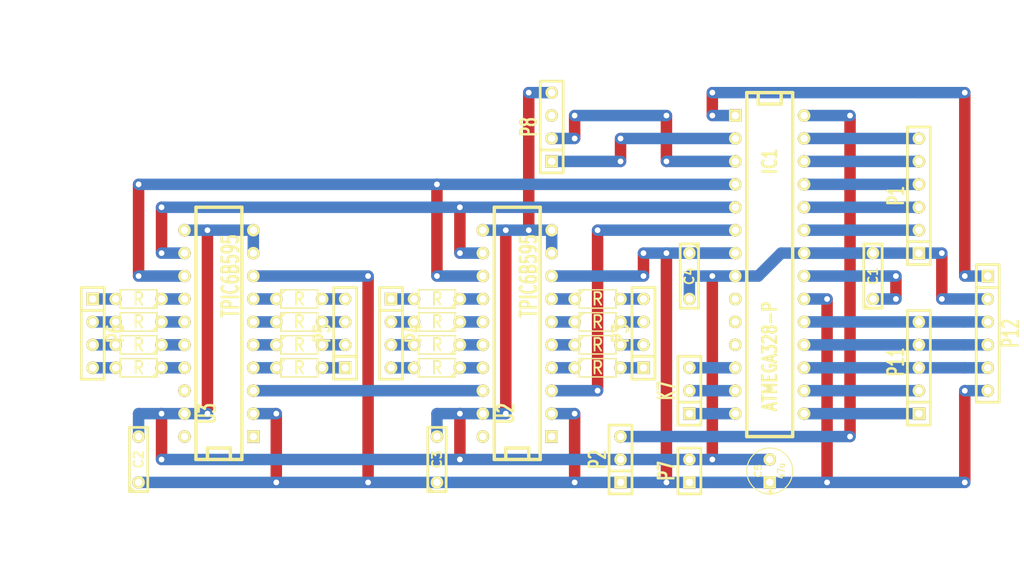
<source format=kicad_pcb>
(kicad_pcb (version 3) (host pcbnew "(2013-mar-13)-testing")

  (general
    (links 89)
    (no_connects 0)
    (area 0 0 0 0)
    (thickness 1.6)
    (drawings 178)
    (tracks 205)
    (zones 0)
    (modules 35)
    (nets 63)
  )

  (page A4)
  (layers
    (15 F.Cu signal)
    (0 B.Cu signal)
    (16 B.Adhes user)
    (17 F.Adhes user)
    (18 B.Paste user)
    (19 F.Paste user)
    (20 B.SilkS user)
    (21 F.SilkS user)
    (22 B.Mask user)
    (23 F.Mask user)
    (24 Dwgs.User user)
    (25 Cmts.User user)
    (26 Eco1.User user)
    (27 Eco2.User user)
    (28 Edge.Cuts user)
  )

  (setup
    (last_trace_width 1.27)
    (trace_clearance 0.254)
    (zone_clearance 0.508)
    (zone_45_only no)
    (trace_min 0.254)
    (segment_width 0.2)
    (edge_width 0.1)
    (via_size 0.889)
    (via_drill 0.635)
    (via_min_size 0.889)
    (via_min_drill 0.508)
    (uvia_size 0.508)
    (uvia_drill 0.127)
    (uvias_allowed no)
    (uvia_min_size 0.508)
    (uvia_min_drill 0.127)
    (pcb_text_width 0.3)
    (pcb_text_size 1.5 1.5)
    (mod_edge_width 0.15)
    (mod_text_size 1 1)
    (mod_text_width 0.15)
    (pad_size 1.5 1.5)
    (pad_drill 0.6)
    (pad_to_mask_clearance 0)
    (aux_axis_origin 0 0)
    (visible_elements 7FFFEFFF)
    (pcbplotparams
      (layerselection 134217728)
      (usegerberextensions false)
      (excludeedgelayer true)
      (linewidth 0.150000)
      (plotframeref false)
      (viasonmask false)
      (mode 1)
      (useauxorigin false)
      (hpglpennumber 1)
      (hpglpenspeed 20)
      (hpglpendiameter 15)
      (hpglpenoverlay 2)
      (psnegative false)
      (psa4output false)
      (plotreference true)
      (plotvalue true)
      (plotothertext true)
      (plotinvisibletext false)
      (padsonsilk false)
      (subtractmaskfromsilk false)
      (outputformat 1)
      (mirror false)
      (drillshape 0)
      (scaleselection 1)
      (outputdirectory ""))
  )

  (net 0 "")
  (net 1 /CDATA)
  (net 2 /COILV)
  (net 3 /CSHIFT)
  (net 4 /CSTORE)
  (net 5 /LDATA)
  (net 6 /LSHIFT)
  (net 7 /LSTORE)
  (net 8 /RESET)
  (net 9 /RXD)
  (net 10 /SW1)
  (net 11 /SW10)
  (net 12 /SW2)
  (net 13 /SW3)
  (net 14 /SW4)
  (net 15 /SW5)
  (net 16 /SW6)
  (net 17 /SW7)
  (net 18 /SW8)
  (net 19 /SW9)
  (net 20 /TXD)
  (net 21 GND)
  (net 22 N-000001)
  (net 23 N-0000010)
  (net 24 N-0000011)
  (net 25 N-0000012)
  (net 26 N-0000013)
  (net 27 N-0000014)
  (net 28 N-0000015)
  (net 29 N-0000016)
  (net 30 N-0000017)
  (net 31 N-0000018)
  (net 32 N-0000019)
  (net 33 N-000002)
  (net 34 N-0000020)
  (net 35 N-0000021)
  (net 36 N-0000022)
  (net 37 N-0000024)
  (net 38 N-0000025)
  (net 39 N-000003)
  (net 40 N-0000034)
  (net 41 N-0000035)
  (net 42 N-000004)
  (net 43 N-0000049)
  (net 44 N-000005)
  (net 45 N-0000050)
  (net 46 N-0000051)
  (net 47 N-0000052)
  (net 48 N-0000053)
  (net 49 N-0000054)
  (net 50 N-0000055)
  (net 51 N-0000056)
  (net 52 N-0000057)
  (net 53 N-0000058)
  (net 54 N-0000059)
  (net 55 N-000006)
  (net 56 N-0000060)
  (net 57 N-0000061)
  (net 58 N-0000062)
  (net 59 N-000007)
  (net 60 N-000008)
  (net 61 N-000009)
  (net 62 VCC)

  (net_class Default "This is the default net class."
    (clearance 0.254)
    (trace_width 1.27)
    (via_dia 0.889)
    (via_drill 0.635)
    (uvia_dia 0.508)
    (uvia_drill 0.127)
    (add_net "")
    (add_net /CDATA)
    (add_net /COILV)
    (add_net /CSHIFT)
    (add_net /CSTORE)
    (add_net /LDATA)
    (add_net /LSHIFT)
    (add_net /LSTORE)
    (add_net /RESET)
    (add_net /RXD)
    (add_net /SW1)
    (add_net /SW10)
    (add_net /SW2)
    (add_net /SW3)
    (add_net /SW4)
    (add_net /SW5)
    (add_net /SW6)
    (add_net /SW7)
    (add_net /SW8)
    (add_net /SW9)
    (add_net /TXD)
    (add_net GND)
    (add_net N-000001)
    (add_net N-0000010)
    (add_net N-0000011)
    (add_net N-0000012)
    (add_net N-0000013)
    (add_net N-0000014)
    (add_net N-0000015)
    (add_net N-0000016)
    (add_net N-0000017)
    (add_net N-0000018)
    (add_net N-0000019)
    (add_net N-000002)
    (add_net N-0000020)
    (add_net N-0000021)
    (add_net N-0000022)
    (add_net N-0000024)
    (add_net N-0000025)
    (add_net N-000003)
    (add_net N-0000034)
    (add_net N-0000035)
    (add_net N-000004)
    (add_net N-0000049)
    (add_net N-000005)
    (add_net N-0000050)
    (add_net N-0000051)
    (add_net N-0000052)
    (add_net N-0000053)
    (add_net N-0000054)
    (add_net N-0000055)
    (add_net N-0000056)
    (add_net N-0000057)
    (add_net N-0000058)
    (add_net N-0000059)
    (add_net N-000006)
    (add_net N-0000060)
    (add_net N-0000061)
    (add_net N-0000062)
    (add_net N-000007)
    (add_net N-000008)
    (add_net N-000009)
    (add_net VCC)
  )

  (module DIP-28__300 (layer F.Cu) (tedit 200000) (tstamp 526ABEA7)
    (at 143.51 105.41 270)
    (descr "28 pins DIL package, round pads, width 300mil")
    (tags DIL)
    (path /526A06E7)
    (fp_text reference IC1 (at -11.43 0 270) (layer F.SilkS)
      (effects (font (size 1.524 1.143) (thickness 0.3048)))
    )
    (fp_text value ATMEGA328-P (at 10.16 0 270) (layer F.SilkS)
      (effects (font (size 1.524 1.143) (thickness 0.3048)))
    )
    (fp_line (start -19.05 -2.54) (end 19.05 -2.54) (layer F.SilkS) (width 0.381))
    (fp_line (start 19.05 -2.54) (end 19.05 2.54) (layer F.SilkS) (width 0.381))
    (fp_line (start 19.05 2.54) (end -19.05 2.54) (layer F.SilkS) (width 0.381))
    (fp_line (start -19.05 2.54) (end -19.05 -2.54) (layer F.SilkS) (width 0.381))
    (fp_line (start -19.05 -1.27) (end -17.78 -1.27) (layer F.SilkS) (width 0.381))
    (fp_line (start -17.78 -1.27) (end -17.78 1.27) (layer F.SilkS) (width 0.381))
    (fp_line (start -17.78 1.27) (end -19.05 1.27) (layer F.SilkS) (width 0.381))
    (pad 2 thru_hole circle (at -13.97 3.81 270) (size 1.397 1.397) (drill 0.8128)
      (layers *.Cu *.Mask F.SilkS)
      (net 9 /RXD)
    )
    (pad 3 thru_hole circle (at -11.43 3.81 270) (size 1.397 1.397) (drill 0.8128)
      (layers *.Cu *.Mask F.SilkS)
      (net 20 /TXD)
    )
    (pad 4 thru_hole circle (at -8.89 3.81 270) (size 1.397 1.397) (drill 0.8128)
      (layers *.Cu *.Mask F.SilkS)
      (net 6 /LSHIFT)
    )
    (pad 5 thru_hole circle (at -6.35 3.81 270) (size 1.397 1.397) (drill 0.8128)
      (layers *.Cu *.Mask F.SilkS)
      (net 7 /LSTORE)
    )
    (pad 6 thru_hole circle (at -3.81 3.81 270) (size 1.397 1.397) (drill 0.8128)
      (layers *.Cu *.Mask F.SilkS)
      (net 5 /LDATA)
    )
    (pad 7 thru_hole circle (at -1.27 3.81 270) (size 1.397 1.397) (drill 0.8128)
      (layers *.Cu *.Mask F.SilkS)
      (net 62 VCC)
    )
    (pad 8 thru_hole circle (at 1.27 3.81 270) (size 1.397 1.397) (drill 0.8128)
      (layers *.Cu *.Mask F.SilkS)
      (net 21 GND)
    )
    (pad 9 thru_hole circle (at 3.81 3.81 270) (size 1.397 1.397) (drill 0.8128)
      (layers *.Cu *.Mask F.SilkS)
      (net 33 N-000002)
    )
    (pad 10 thru_hole circle (at 6.35 3.81 270) (size 1.397 1.397) (drill 0.8128)
      (layers *.Cu *.Mask F.SilkS)
      (net 22 N-000001)
    )
    (pad 11 thru_hole circle (at 8.89 3.81 270) (size 1.397 1.397) (drill 0.8128)
      (layers *.Cu *.Mask F.SilkS)
      (net 38 N-0000025)
    )
    (pad 12 thru_hole circle (at 11.43 3.81 270) (size 1.397 1.397) (drill 0.8128)
      (layers *.Cu *.Mask F.SilkS)
      (net 1 /CDATA)
    )
    (pad 13 thru_hole circle (at 13.97 3.81 270) (size 1.397 1.397) (drill 0.8128)
      (layers *.Cu *.Mask F.SilkS)
      (net 3 /CSHIFT)
    )
    (pad 14 thru_hole circle (at 16.51 3.81 270) (size 1.397 1.397) (drill 0.8128)
      (layers *.Cu *.Mask F.SilkS)
      (net 4 /CSTORE)
    )
    (pad 1 thru_hole rect (at -16.51 3.81 270) (size 1.397 1.397) (drill 0.8128)
      (layers *.Cu *.Mask F.SilkS)
      (net 8 /RESET)
    )
    (pad 15 thru_hole circle (at 16.51 -3.81 270) (size 1.397 1.397) (drill 0.8128)
      (layers *.Cu *.Mask F.SilkS)
      (net 10 /SW1)
    )
    (pad 16 thru_hole circle (at 13.97 -3.81 270) (size 1.397 1.397) (drill 0.8128)
      (layers *.Cu *.Mask F.SilkS)
      (net 12 /SW2)
    )
    (pad 17 thru_hole circle (at 11.43 -3.81 270) (size 1.397 1.397) (drill 0.8128)
      (layers *.Cu *.Mask F.SilkS)
      (net 13 /SW3)
    )
    (pad 18 thru_hole circle (at 8.89 -3.81 270) (size 1.397 1.397) (drill 0.8128)
      (layers *.Cu *.Mask F.SilkS)
      (net 14 /SW4)
    )
    (pad 19 thru_hole circle (at 6.35 -3.81 270) (size 1.397 1.397) (drill 0.8128)
      (layers *.Cu *.Mask F.SilkS)
      (net 15 /SW5)
    )
    (pad 20 thru_hole circle (at 3.81 -3.81 270) (size 1.397 1.397) (drill 0.8128)
      (layers *.Cu *.Mask F.SilkS)
      (net 62 VCC)
    )
    (pad 21 thru_hole circle (at 1.27 -3.81 270) (size 1.397 1.397) (drill 0.8128)
      (layers *.Cu *.Mask F.SilkS)
      (net 39 N-000003)
    )
    (pad 22 thru_hole circle (at -1.27 -3.81 270) (size 1.397 1.397) (drill 0.8128)
      (layers *.Cu *.Mask F.SilkS)
      (net 21 GND)
    )
    (pad 23 thru_hole circle (at -3.81 -3.81 270) (size 1.397 1.397) (drill 0.8128)
      (layers *.Cu *.Mask F.SilkS)
      (net 16 /SW6)
    )
    (pad 24 thru_hole circle (at -6.35 -3.81 270) (size 1.397 1.397) (drill 0.8128)
      (layers *.Cu *.Mask F.SilkS)
      (net 17 /SW7)
    )
    (pad 25 thru_hole circle (at -8.89 -3.81 270) (size 1.397 1.397) (drill 0.8128)
      (layers *.Cu *.Mask F.SilkS)
      (net 18 /SW8)
    )
    (pad 26 thru_hole circle (at -11.43 -3.81 270) (size 1.397 1.397) (drill 0.8128)
      (layers *.Cu *.Mask F.SilkS)
      (net 19 /SW9)
    )
    (pad 27 thru_hole circle (at -13.97 -3.81 270) (size 1.397 1.397) (drill 0.8128)
      (layers *.Cu *.Mask F.SilkS)
      (net 11 /SW10)
    )
    (pad 28 thru_hole circle (at -16.51 -3.81 270) (size 1.397 1.397) (drill 0.8128)
      (layers *.Cu *.Mask F.SilkS)
      (net 2 /COILV)
    )
    (model dil/dil_28-w300.wrl
      (at (xyz 0 0 0))
      (scale (xyz 1 1 1))
      (rotate (xyz 0 0 0))
    )
  )

  (module SIL-3 (layer F.Cu) (tedit 200000) (tstamp 526ABE07)
    (at 127 127 90)
    (descr "Connecteur 3 pins")
    (tags "CONN DEV")
    (path /526A0734)
    (fp_text reference P2 (at 0 -2.54 90) (layer F.SilkS)
      (effects (font (size 1.7907 1.07696) (thickness 0.3048)))
    )
    (fp_text value POWER (at 0 -2.54 90) (layer F.SilkS) hide
      (effects (font (size 1.524 1.016) (thickness 0.3048)))
    )
    (fp_line (start -3.81 1.27) (end -3.81 -1.27) (layer F.SilkS) (width 0.3048))
    (fp_line (start -3.81 -1.27) (end 3.81 -1.27) (layer F.SilkS) (width 0.3048))
    (fp_line (start 3.81 -1.27) (end 3.81 1.27) (layer F.SilkS) (width 0.3048))
    (fp_line (start 3.81 1.27) (end -3.81 1.27) (layer F.SilkS) (width 0.3048))
    (fp_line (start -1.27 -1.27) (end -1.27 1.27) (layer F.SilkS) (width 0.3048))
    (pad 1 thru_hole rect (at -2.54 0 90) (size 1.397 1.397) (drill 0.8128)
      (layers *.Cu *.Mask F.SilkS)
      (net 62 VCC)
    )
    (pad 2 thru_hole circle (at 0 0 90) (size 1.397 1.397) (drill 0.8128)
      (layers *.Cu *.Mask F.SilkS)
      (net 21 GND)
    )
    (pad 3 thru_hole circle (at 2.54 0 90) (size 1.397 1.397) (drill 0.8128)
      (layers *.Cu *.Mask F.SilkS)
      (net 2 /COILV)
    )
  )

  (module SIL-4 (layer F.Cu) (tedit 200000) (tstamp 526ACB2D)
    (at 129.54 113.03 90)
    (descr "Connecteur 4 pibs")
    (tags "CONN DEV")
    (path /526AC960)
    (fp_text reference P3 (at 0 -2.54 90) (layer F.SilkS)
      (effects (font (size 1.73482 1.08712) (thickness 0.3048)))
    )
    (fp_text value LED1 (at 0 -2.54 90) (layer F.SilkS) hide
      (effects (font (size 1.524 1.016) (thickness 0.3048)))
    )
    (fp_line (start -5.08 -1.27) (end -5.08 -1.27) (layer F.SilkS) (width 0.3048))
    (fp_line (start -5.08 1.27) (end -5.08 -1.27) (layer F.SilkS) (width 0.3048))
    (fp_line (start -5.08 -1.27) (end -5.08 -1.27) (layer F.SilkS) (width 0.3048))
    (fp_line (start -5.08 -1.27) (end 5.08 -1.27) (layer F.SilkS) (width 0.3048))
    (fp_line (start 5.08 -1.27) (end 5.08 1.27) (layer F.SilkS) (width 0.3048))
    (fp_line (start 5.08 1.27) (end -5.08 1.27) (layer F.SilkS) (width 0.3048))
    (fp_line (start -2.54 1.27) (end -2.54 -1.27) (layer F.SilkS) (width 0.3048))
    (pad 1 thru_hole rect (at -3.81 0 90) (size 1.397 1.397) (drill 0.8128)
      (layers *.Cu *.Mask F.SilkS)
      (net 32 N-0000019)
    )
    (pad 2 thru_hole circle (at -1.27 0 90) (size 1.397 1.397) (drill 0.8128)
      (layers *.Cu *.Mask F.SilkS)
      (net 30 N-0000017)
    )
    (pad 3 thru_hole circle (at 1.27 0 90) (size 1.397 1.397) (drill 0.8128)
      (layers *.Cu *.Mask F.SilkS)
      (net 28 N-0000015)
    )
    (pad 4 thru_hole circle (at 3.81 0 90) (size 1.397 1.397) (drill 0.8128)
      (layers *.Cu *.Mask F.SilkS)
      (net 26 N-0000013)
    )
  )

  (module SIL-4 (layer F.Cu) (tedit 200000) (tstamp 526ACB3C)
    (at 101.6 113.03 270)
    (descr "Connecteur 4 pibs")
    (tags "CONN DEV")
    (path /526AC96F)
    (fp_text reference P4 (at 0 -2.54 270) (layer F.SilkS)
      (effects (font (size 1.73482 1.08712) (thickness 0.3048)))
    )
    (fp_text value LED2 (at 0 -2.54 270) (layer F.SilkS) hide
      (effects (font (size 1.524 1.016) (thickness 0.3048)))
    )
    (fp_line (start -5.08 -1.27) (end -5.08 -1.27) (layer F.SilkS) (width 0.3048))
    (fp_line (start -5.08 1.27) (end -5.08 -1.27) (layer F.SilkS) (width 0.3048))
    (fp_line (start -5.08 -1.27) (end -5.08 -1.27) (layer F.SilkS) (width 0.3048))
    (fp_line (start -5.08 -1.27) (end 5.08 -1.27) (layer F.SilkS) (width 0.3048))
    (fp_line (start 5.08 -1.27) (end 5.08 1.27) (layer F.SilkS) (width 0.3048))
    (fp_line (start 5.08 1.27) (end -5.08 1.27) (layer F.SilkS) (width 0.3048))
    (fp_line (start -2.54 1.27) (end -2.54 -1.27) (layer F.SilkS) (width 0.3048))
    (pad 1 thru_hole rect (at -3.81 0 270) (size 1.397 1.397) (drill 0.8128)
      (layers *.Cu *.Mask F.SilkS)
      (net 25 N-0000012)
    )
    (pad 2 thru_hole circle (at -1.27 0 270) (size 1.397 1.397) (drill 0.8128)
      (layers *.Cu *.Mask F.SilkS)
      (net 23 N-0000010)
    )
    (pad 3 thru_hole circle (at 1.27 0 270) (size 1.397 1.397) (drill 0.8128)
      (layers *.Cu *.Mask F.SilkS)
      (net 60 N-000008)
    )
    (pad 4 thru_hole circle (at 3.81 0 270) (size 1.397 1.397) (drill 0.8128)
      (layers *.Cu *.Mask F.SilkS)
      (net 55 N-000006)
    )
  )

  (module SIL-4 (layer F.Cu) (tedit 200000) (tstamp 526ADE63)
    (at 96.52 113.03 90)
    (descr "Connecteur 4 pibs")
    (tags "CONN DEV")
    (path /526AC97E)
    (fp_text reference P5 (at 0 -2.54 90) (layer F.SilkS)
      (effects (font (size 1.73482 1.08712) (thickness 0.3048)))
    )
    (fp_text value LED3 (at 0 -2.54 90) (layer F.SilkS) hide
      (effects (font (size 1.524 1.016) (thickness 0.3048)))
    )
    (fp_line (start -5.08 -1.27) (end -5.08 -1.27) (layer F.SilkS) (width 0.3048))
    (fp_line (start -5.08 1.27) (end -5.08 -1.27) (layer F.SilkS) (width 0.3048))
    (fp_line (start -5.08 -1.27) (end -5.08 -1.27) (layer F.SilkS) (width 0.3048))
    (fp_line (start -5.08 -1.27) (end 5.08 -1.27) (layer F.SilkS) (width 0.3048))
    (fp_line (start 5.08 -1.27) (end 5.08 1.27) (layer F.SilkS) (width 0.3048))
    (fp_line (start 5.08 1.27) (end -5.08 1.27) (layer F.SilkS) (width 0.3048))
    (fp_line (start -2.54 1.27) (end -2.54 -1.27) (layer F.SilkS) (width 0.3048))
    (pad 1 thru_hole rect (at -3.81 0 90) (size 1.397 1.397) (drill 0.8128)
      (layers *.Cu *.Mask F.SilkS)
      (net 57 N-0000061)
    )
    (pad 2 thru_hole circle (at -1.27 0 90) (size 1.397 1.397) (drill 0.8128)
      (layers *.Cu *.Mask F.SilkS)
      (net 54 N-0000059)
    )
    (pad 3 thru_hole circle (at 1.27 0 90) (size 1.397 1.397) (drill 0.8128)
      (layers *.Cu *.Mask F.SilkS)
      (net 53 N-0000058)
    )
    (pad 4 thru_hole circle (at 3.81 0 90) (size 1.397 1.397) (drill 0.8128)
      (layers *.Cu *.Mask F.SilkS)
      (net 51 N-0000056)
    )
  )

  (module SIL-4 (layer F.Cu) (tedit 200000) (tstamp 526ACB5A)
    (at 68.58 113.03 270)
    (descr "Connecteur 4 pibs")
    (tags "CONN DEV")
    (path /526AC98D)
    (fp_text reference P6 (at 0 -2.54 270) (layer F.SilkS)
      (effects (font (size 1.73482 1.08712) (thickness 0.3048)))
    )
    (fp_text value LED4 (at 0 -2.54 270) (layer F.SilkS) hide
      (effects (font (size 1.524 1.016) (thickness 0.3048)))
    )
    (fp_line (start -5.08 -1.27) (end -5.08 -1.27) (layer F.SilkS) (width 0.3048))
    (fp_line (start -5.08 1.27) (end -5.08 -1.27) (layer F.SilkS) (width 0.3048))
    (fp_line (start -5.08 -1.27) (end -5.08 -1.27) (layer F.SilkS) (width 0.3048))
    (fp_line (start -5.08 -1.27) (end 5.08 -1.27) (layer F.SilkS) (width 0.3048))
    (fp_line (start 5.08 -1.27) (end 5.08 1.27) (layer F.SilkS) (width 0.3048))
    (fp_line (start 5.08 1.27) (end -5.08 1.27) (layer F.SilkS) (width 0.3048))
    (fp_line (start -2.54 1.27) (end -2.54 -1.27) (layer F.SilkS) (width 0.3048))
    (pad 1 thru_hole rect (at -3.81 0 270) (size 1.397 1.397) (drill 0.8128)
      (layers *.Cu *.Mask F.SilkS)
      (net 49 N-0000054)
    )
    (pad 2 thru_hole circle (at -1.27 0 270) (size 1.397 1.397) (drill 0.8128)
      (layers *.Cu *.Mask F.SilkS)
      (net 47 N-0000052)
    )
    (pad 3 thru_hole circle (at 1.27 0 270) (size 1.397 1.397) (drill 0.8128)
      (layers *.Cu *.Mask F.SilkS)
      (net 45 N-0000050)
    )
    (pad 4 thru_hole circle (at 3.81 0 270) (size 1.397 1.397) (drill 0.8128)
      (layers *.Cu *.Mask F.SilkS)
      (net 35 N-0000021)
    )
  )

  (module DIP-20__300 (layer F.Cu) (tedit 200000) (tstamp 526ACB79)
    (at 115.57 113.03 90)
    (descr "20 pins DIL package, round pads")
    (tags DIL)
    (path /526AC933)
    (fp_text reference U2 (at -8.89 -1.27 90) (layer F.SilkS)
      (effects (font (size 1.778 1.143) (thickness 0.3048)))
    )
    (fp_text value TPIC6B595 (at 6.35 1.27 90) (layer F.SilkS)
      (effects (font (size 1.778 1.143) (thickness 0.3048)))
    )
    (fp_line (start -13.97 -1.27) (end -12.7 -1.27) (layer F.SilkS) (width 0.381))
    (fp_line (start -12.7 -1.27) (end -12.7 1.27) (layer F.SilkS) (width 0.381))
    (fp_line (start -12.7 1.27) (end -13.97 1.27) (layer F.SilkS) (width 0.381))
    (fp_line (start -13.97 -2.54) (end 13.97 -2.54) (layer F.SilkS) (width 0.381))
    (fp_line (start 13.97 -2.54) (end 13.97 2.54) (layer F.SilkS) (width 0.381))
    (fp_line (start 13.97 2.54) (end -13.97 2.54) (layer F.SilkS) (width 0.381))
    (fp_line (start -13.97 2.54) (end -13.97 -2.54) (layer F.SilkS) (width 0.381))
    (pad 1 thru_hole rect (at -11.43 3.81 90) (size 1.397 1.397) (drill 0.8128)
      (layers *.Cu *.Mask F.SilkS)
    )
    (pad 2 thru_hole circle (at -8.89 3.81 90) (size 1.397 1.397) (drill 0.8128)
      (layers *.Cu *.Mask F.SilkS)
      (net 62 VCC)
    )
    (pad 3 thru_hole circle (at -6.35 3.81 90) (size 1.397 1.397) (drill 0.8128)
      (layers *.Cu *.Mask F.SilkS)
      (net 5 /LDATA)
    )
    (pad 4 thru_hole circle (at -3.81 3.81 90) (size 1.397 1.397) (drill 0.8128)
      (layers *.Cu *.Mask F.SilkS)
      (net 34 N-0000020)
    )
    (pad 5 thru_hole circle (at -1.27 3.81 90) (size 1.397 1.397) (drill 0.8128)
      (layers *.Cu *.Mask F.SilkS)
      (net 31 N-0000018)
    )
    (pad 6 thru_hole circle (at 1.27 3.81 90) (size 1.397 1.397) (drill 0.8128)
      (layers *.Cu *.Mask F.SilkS)
      (net 29 N-0000016)
    )
    (pad 7 thru_hole circle (at 3.81 3.81 90) (size 1.397 1.397) (drill 0.8128)
      (layers *.Cu *.Mask F.SilkS)
      (net 27 N-0000014)
    )
    (pad 8 thru_hole circle (at 6.35 3.81 90) (size 1.397 1.397) (drill 0.8128)
      (layers *.Cu *.Mask F.SilkS)
      (net 62 VCC)
    )
    (pad 9 thru_hole circle (at 8.89 3.81 90) (size 1.397 1.397) (drill 0.8128)
      (layers *.Cu *.Mask F.SilkS)
      (net 21 GND)
    )
    (pad 10 thru_hole circle (at 11.43 3.81 90) (size 1.397 1.397) (drill 0.8128)
      (layers *.Cu *.Mask F.SilkS)
      (net 21 GND)
    )
    (pad 11 thru_hole circle (at 11.43 -3.81 90) (size 1.397 1.397) (drill 0.8128)
      (layers *.Cu *.Mask F.SilkS)
      (net 21 GND)
    )
    (pad 12 thru_hole circle (at 8.89 -3.81 90) (size 1.397 1.397) (drill 0.8128)
      (layers *.Cu *.Mask F.SilkS)
      (net 7 /LSTORE)
    )
    (pad 13 thru_hole circle (at 6.35 -3.81 90) (size 1.397 1.397) (drill 0.8128)
      (layers *.Cu *.Mask F.SilkS)
      (net 6 /LSHIFT)
    )
    (pad 14 thru_hole circle (at 3.81 -3.81 90) (size 1.397 1.397) (drill 0.8128)
      (layers *.Cu *.Mask F.SilkS)
      (net 42 N-000004)
    )
    (pad 15 thru_hole circle (at 1.27 -3.81 90) (size 1.397 1.397) (drill 0.8128)
      (layers *.Cu *.Mask F.SilkS)
      (net 24 N-0000011)
    )
    (pad 16 thru_hole circle (at -1.27 -3.81 90) (size 1.397 1.397) (drill 0.8128)
      (layers *.Cu *.Mask F.SilkS)
      (net 61 N-000009)
    )
    (pad 17 thru_hole circle (at -3.81 -3.81 90) (size 1.397 1.397) (drill 0.8128)
      (layers *.Cu *.Mask F.SilkS)
      (net 59 N-000007)
    )
    (pad 18 thru_hole circle (at -6.35 -3.81 90) (size 1.397 1.397) (drill 0.8128)
      (layers *.Cu *.Mask F.SilkS)
      (net 40 N-0000034)
    )
    (pad 19 thru_hole circle (at -8.89 -3.81 90) (size 1.397 1.397) (drill 0.8128)
      (layers *.Cu *.Mask F.SilkS)
      (net 21 GND)
    )
    (pad 20 thru_hole circle (at -11.43 -3.81 90) (size 1.397 1.397) (drill 0.8128)
      (layers *.Cu *.Mask F.SilkS)
    )
    (model dil/dil_20.wrl
      (at (xyz 0 0 0))
      (scale (xyz 1 1 1))
      (rotate (xyz 0 0 0))
    )
  )

  (module DIP-20__300 (layer F.Cu) (tedit 200000) (tstamp 526ACB98)
    (at 82.55 113.03 90)
    (descr "20 pins DIL package, round pads")
    (tags DIL)
    (path /526AC942)
    (fp_text reference U3 (at -8.89 -1.27 90) (layer F.SilkS)
      (effects (font (size 1.778 1.143) (thickness 0.3048)))
    )
    (fp_text value TPIC6B595 (at 6.35 1.27 90) (layer F.SilkS)
      (effects (font (size 1.778 1.143) (thickness 0.3048)))
    )
    (fp_line (start -13.97 -1.27) (end -12.7 -1.27) (layer F.SilkS) (width 0.381))
    (fp_line (start -12.7 -1.27) (end -12.7 1.27) (layer F.SilkS) (width 0.381))
    (fp_line (start -12.7 1.27) (end -13.97 1.27) (layer F.SilkS) (width 0.381))
    (fp_line (start -13.97 -2.54) (end 13.97 -2.54) (layer F.SilkS) (width 0.381))
    (fp_line (start 13.97 -2.54) (end 13.97 2.54) (layer F.SilkS) (width 0.381))
    (fp_line (start 13.97 2.54) (end -13.97 2.54) (layer F.SilkS) (width 0.381))
    (fp_line (start -13.97 2.54) (end -13.97 -2.54) (layer F.SilkS) (width 0.381))
    (pad 1 thru_hole rect (at -11.43 3.81 90) (size 1.397 1.397) (drill 0.8128)
      (layers *.Cu *.Mask F.SilkS)
    )
    (pad 2 thru_hole circle (at -8.89 3.81 90) (size 1.397 1.397) (drill 0.8128)
      (layers *.Cu *.Mask F.SilkS)
      (net 62 VCC)
    )
    (pad 3 thru_hole circle (at -6.35 3.81 90) (size 1.397 1.397) (drill 0.8128)
      (layers *.Cu *.Mask F.SilkS)
      (net 40 N-0000034)
    )
    (pad 4 thru_hole circle (at -3.81 3.81 90) (size 1.397 1.397) (drill 0.8128)
      (layers *.Cu *.Mask F.SilkS)
      (net 58 N-0000062)
    )
    (pad 5 thru_hole circle (at -1.27 3.81 90) (size 1.397 1.397) (drill 0.8128)
      (layers *.Cu *.Mask F.SilkS)
      (net 56 N-0000060)
    )
    (pad 6 thru_hole circle (at 1.27 3.81 90) (size 1.397 1.397) (drill 0.8128)
      (layers *.Cu *.Mask F.SilkS)
      (net 43 N-0000049)
    )
    (pad 7 thru_hole circle (at 3.81 3.81 90) (size 1.397 1.397) (drill 0.8128)
      (layers *.Cu *.Mask F.SilkS)
      (net 52 N-0000057)
    )
    (pad 8 thru_hole circle (at 6.35 3.81 90) (size 1.397 1.397) (drill 0.8128)
      (layers *.Cu *.Mask F.SilkS)
      (net 62 VCC)
    )
    (pad 9 thru_hole circle (at 8.89 3.81 90) (size 1.397 1.397) (drill 0.8128)
      (layers *.Cu *.Mask F.SilkS)
      (net 21 GND)
    )
    (pad 10 thru_hole circle (at 11.43 3.81 90) (size 1.397 1.397) (drill 0.8128)
      (layers *.Cu *.Mask F.SilkS)
      (net 21 GND)
    )
    (pad 11 thru_hole circle (at 11.43 -3.81 90) (size 1.397 1.397) (drill 0.8128)
      (layers *.Cu *.Mask F.SilkS)
      (net 21 GND)
    )
    (pad 12 thru_hole circle (at 8.89 -3.81 90) (size 1.397 1.397) (drill 0.8128)
      (layers *.Cu *.Mask F.SilkS)
      (net 7 /LSTORE)
    )
    (pad 13 thru_hole circle (at 6.35 -3.81 90) (size 1.397 1.397) (drill 0.8128)
      (layers *.Cu *.Mask F.SilkS)
      (net 6 /LSHIFT)
    )
    (pad 14 thru_hole circle (at 3.81 -3.81 90) (size 1.397 1.397) (drill 0.8128)
      (layers *.Cu *.Mask F.SilkS)
      (net 50 N-0000055)
    )
    (pad 15 thru_hole circle (at 1.27 -3.81 90) (size 1.397 1.397) (drill 0.8128)
      (layers *.Cu *.Mask F.SilkS)
      (net 48 N-0000053)
    )
    (pad 16 thru_hole circle (at -1.27 -3.81 90) (size 1.397 1.397) (drill 0.8128)
      (layers *.Cu *.Mask F.SilkS)
      (net 46 N-0000051)
    )
    (pad 17 thru_hole circle (at -3.81 -3.81 90) (size 1.397 1.397) (drill 0.8128)
      (layers *.Cu *.Mask F.SilkS)
      (net 41 N-0000035)
    )
    (pad 18 thru_hole circle (at -6.35 -3.81 90) (size 1.397 1.397) (drill 0.8128)
      (layers *.Cu *.Mask F.SilkS)
      (net 36 N-0000022)
    )
    (pad 19 thru_hole circle (at -8.89 -3.81 90) (size 1.397 1.397) (drill 0.8128)
      (layers *.Cu *.Mask F.SilkS)
      (net 21 GND)
    )
    (pad 20 thru_hole circle (at -11.43 -3.81 90) (size 1.397 1.397) (drill 0.8128)
      (layers *.Cu *.Mask F.SilkS)
    )
    (model dil/dil_20.wrl
      (at (xyz 0 0 0))
      (scale (xyz 1 1 1))
      (rotate (xyz 0 0 0))
    )
  )

  (module C2 (layer F.Cu) (tedit 200000) (tstamp 526ADCAA)
    (at 154.94 106.68 90)
    (descr "Condensateur = 2 pas")
    (tags C)
    (path /526ADBFD)
    (fp_text reference C1 (at 0 0 90) (layer F.SilkS)
      (effects (font (size 1.016 1.016) (thickness 0.2032)))
    )
    (fp_text value .1u (at 0 0 90) (layer F.SilkS) hide
      (effects (font (size 1.016 1.016) (thickness 0.2032)))
    )
    (fp_line (start -3.556 -1.016) (end 3.556 -1.016) (layer F.SilkS) (width 0.3048))
    (fp_line (start 3.556 -1.016) (end 3.556 1.016) (layer F.SilkS) (width 0.3048))
    (fp_line (start 3.556 1.016) (end -3.556 1.016) (layer F.SilkS) (width 0.3048))
    (fp_line (start -3.556 1.016) (end -3.556 -1.016) (layer F.SilkS) (width 0.3048))
    (fp_line (start -3.556 -0.508) (end -3.048 -1.016) (layer F.SilkS) (width 0.3048))
    (pad 1 thru_hole circle (at -2.54 0 90) (size 1.397 1.397) (drill 0.8128)
      (layers *.Cu *.Mask F.SilkS)
      (net 39 N-000003)
    )
    (pad 2 thru_hole circle (at 2.54 0 90) (size 1.397 1.397) (drill 0.8128)
      (layers *.Cu *.Mask F.SilkS)
      (net 21 GND)
    )
    (model discret/capa_2pas_5x5mm.wrl
      (at (xyz 0 0 0))
      (scale (xyz 1 1 1))
      (rotate (xyz 0 0 0))
    )
  )

  (module R2 (layer F.Cu) (tedit 526AE51D) (tstamp 526AE74B)
    (at 125.73 116.84)
    (descr "Resitance 3 pas")
    (tags R)
    (path /526AE062)
    (autoplace_cost180 10)
    (fp_text reference R1 (at -1.27 0) (layer F.SilkS) hide
      (effects (font (size 1.397 1.27) (thickness 0.2032)))
    )
    (fp_text value R (at -1.27 0) (layer F.SilkS)
      (effects (font (size 1.397 1.27) (thickness 0.2032)))
    )
    (fp_line (start -3.302 1.016) (end 0.762 1.016) (layer F.SilkS) (width 0.15))
    (fp_line (start -3.302 -1.016) (end 0.762 -1.016) (layer F.SilkS) (width 0.15))
    (fp_line (start -3.81 0) (end -3.302 0) (layer F.SilkS) (width 0.2032))
    (fp_line (start 1.27 0) (end 0.762 0) (layer F.SilkS) (width 0.2032))
    (fp_line (start 0.762 0) (end 0.762 -1.016) (layer F.SilkS) (width 0.2032))
    (fp_line (start -3.302 -1.016) (end -3.302 1.016) (layer F.SilkS) (width 0.2032))
    (fp_line (start 0.762 1.016) (end 0.762 0) (layer F.SilkS) (width 0.2032))
    (fp_line (start -3.302 -0.508) (end -2.794 -1.016) (layer F.SilkS) (width 0.2032))
    (pad 1 thru_hole circle (at -3.81 0) (size 1.397 1.397) (drill 0.8128)
      (layers *.Cu *.Mask F.SilkS)
      (net 34 N-0000020)
    )
    (pad 2 thru_hole circle (at 1.27 0) (size 1.397 1.397) (drill 0.8128)
      (layers *.Cu *.Mask F.SilkS)
      (net 32 N-0000019)
    )
    (model discret/resistor.wrl
      (at (xyz 0 0 0))
      (scale (xyz 0.3 0.3 0.3))
      (rotate (xyz 0 0 0))
    )
  )

  (module R2 (layer F.Cu) (tedit 526AE51D) (tstamp 526AE758)
    (at 125.73 114.3)
    (descr "Resitance 3 pas")
    (tags R)
    (path /526AE068)
    (autoplace_cost180 10)
    (fp_text reference R2 (at -1.27 0) (layer F.SilkS) hide
      (effects (font (size 1.397 1.27) (thickness 0.2032)))
    )
    (fp_text value R (at -1.27 0) (layer F.SilkS)
      (effects (font (size 1.397 1.27) (thickness 0.2032)))
    )
    (fp_line (start -3.302 1.016) (end 0.762 1.016) (layer F.SilkS) (width 0.15))
    (fp_line (start -3.302 -1.016) (end 0.762 -1.016) (layer F.SilkS) (width 0.15))
    (fp_line (start -3.81 0) (end -3.302 0) (layer F.SilkS) (width 0.2032))
    (fp_line (start 1.27 0) (end 0.762 0) (layer F.SilkS) (width 0.2032))
    (fp_line (start 0.762 0) (end 0.762 -1.016) (layer F.SilkS) (width 0.2032))
    (fp_line (start -3.302 -1.016) (end -3.302 1.016) (layer F.SilkS) (width 0.2032))
    (fp_line (start 0.762 1.016) (end 0.762 0) (layer F.SilkS) (width 0.2032))
    (fp_line (start -3.302 -0.508) (end -2.794 -1.016) (layer F.SilkS) (width 0.2032))
    (pad 1 thru_hole circle (at -3.81 0) (size 1.397 1.397) (drill 0.8128)
      (layers *.Cu *.Mask F.SilkS)
      (net 31 N-0000018)
    )
    (pad 2 thru_hole circle (at 1.27 0) (size 1.397 1.397) (drill 0.8128)
      (layers *.Cu *.Mask F.SilkS)
      (net 30 N-0000017)
    )
    (model discret/resistor.wrl
      (at (xyz 0 0 0))
      (scale (xyz 0.3 0.3 0.3))
      (rotate (xyz 0 0 0))
    )
  )

  (module R2 (layer F.Cu) (tedit 526AE51D) (tstamp 526AE765)
    (at 125.73 111.76)
    (descr "Resitance 3 pas")
    (tags R)
    (path /526AE06E)
    (autoplace_cost180 10)
    (fp_text reference R3 (at -1.27 0) (layer F.SilkS) hide
      (effects (font (size 1.397 1.27) (thickness 0.2032)))
    )
    (fp_text value R (at -1.27 0) (layer F.SilkS)
      (effects (font (size 1.397 1.27) (thickness 0.2032)))
    )
    (fp_line (start -3.302 1.016) (end 0.762 1.016) (layer F.SilkS) (width 0.15))
    (fp_line (start -3.302 -1.016) (end 0.762 -1.016) (layer F.SilkS) (width 0.15))
    (fp_line (start -3.81 0) (end -3.302 0) (layer F.SilkS) (width 0.2032))
    (fp_line (start 1.27 0) (end 0.762 0) (layer F.SilkS) (width 0.2032))
    (fp_line (start 0.762 0) (end 0.762 -1.016) (layer F.SilkS) (width 0.2032))
    (fp_line (start -3.302 -1.016) (end -3.302 1.016) (layer F.SilkS) (width 0.2032))
    (fp_line (start 0.762 1.016) (end 0.762 0) (layer F.SilkS) (width 0.2032))
    (fp_line (start -3.302 -0.508) (end -2.794 -1.016) (layer F.SilkS) (width 0.2032))
    (pad 1 thru_hole circle (at -3.81 0) (size 1.397 1.397) (drill 0.8128)
      (layers *.Cu *.Mask F.SilkS)
      (net 29 N-0000016)
    )
    (pad 2 thru_hole circle (at 1.27 0) (size 1.397 1.397) (drill 0.8128)
      (layers *.Cu *.Mask F.SilkS)
      (net 28 N-0000015)
    )
    (model discret/resistor.wrl
      (at (xyz 0 0 0))
      (scale (xyz 0.3 0.3 0.3))
      (rotate (xyz 0 0 0))
    )
  )

  (module R2 (layer F.Cu) (tedit 526AE51D) (tstamp 526AE772)
    (at 125.73 109.22)
    (descr "Resitance 3 pas")
    (tags R)
    (path /526AE074)
    (autoplace_cost180 10)
    (fp_text reference R4 (at -1.27 0) (layer F.SilkS) hide
      (effects (font (size 1.397 1.27) (thickness 0.2032)))
    )
    (fp_text value R (at -1.27 0) (layer F.SilkS)
      (effects (font (size 1.397 1.27) (thickness 0.2032)))
    )
    (fp_line (start -3.302 1.016) (end 0.762 1.016) (layer F.SilkS) (width 0.15))
    (fp_line (start -3.302 -1.016) (end 0.762 -1.016) (layer F.SilkS) (width 0.15))
    (fp_line (start -3.81 0) (end -3.302 0) (layer F.SilkS) (width 0.2032))
    (fp_line (start 1.27 0) (end 0.762 0) (layer F.SilkS) (width 0.2032))
    (fp_line (start 0.762 0) (end 0.762 -1.016) (layer F.SilkS) (width 0.2032))
    (fp_line (start -3.302 -1.016) (end -3.302 1.016) (layer F.SilkS) (width 0.2032))
    (fp_line (start 0.762 1.016) (end 0.762 0) (layer F.SilkS) (width 0.2032))
    (fp_line (start -3.302 -0.508) (end -2.794 -1.016) (layer F.SilkS) (width 0.2032))
    (pad 1 thru_hole circle (at -3.81 0) (size 1.397 1.397) (drill 0.8128)
      (layers *.Cu *.Mask F.SilkS)
      (net 27 N-0000014)
    )
    (pad 2 thru_hole circle (at 1.27 0) (size 1.397 1.397) (drill 0.8128)
      (layers *.Cu *.Mask F.SilkS)
      (net 26 N-0000013)
    )
    (model discret/resistor.wrl
      (at (xyz 0 0 0))
      (scale (xyz 0.3 0.3 0.3))
      (rotate (xyz 0 0 0))
    )
  )

  (module R2 (layer F.Cu) (tedit 526AE51D) (tstamp 526AE77F)
    (at 105.41 109.22 180)
    (descr "Resitance 3 pas")
    (tags R)
    (path /526AE07A)
    (autoplace_cost180 10)
    (fp_text reference R5 (at -1.27 0 180) (layer F.SilkS) hide
      (effects (font (size 1.397 1.27) (thickness 0.2032)))
    )
    (fp_text value R (at -1.27 0 180) (layer F.SilkS)
      (effects (font (size 1.397 1.27) (thickness 0.2032)))
    )
    (fp_line (start -3.302 1.016) (end 0.762 1.016) (layer F.SilkS) (width 0.15))
    (fp_line (start -3.302 -1.016) (end 0.762 -1.016) (layer F.SilkS) (width 0.15))
    (fp_line (start -3.81 0) (end -3.302 0) (layer F.SilkS) (width 0.2032))
    (fp_line (start 1.27 0) (end 0.762 0) (layer F.SilkS) (width 0.2032))
    (fp_line (start 0.762 0) (end 0.762 -1.016) (layer F.SilkS) (width 0.2032))
    (fp_line (start -3.302 -1.016) (end -3.302 1.016) (layer F.SilkS) (width 0.2032))
    (fp_line (start 0.762 1.016) (end 0.762 0) (layer F.SilkS) (width 0.2032))
    (fp_line (start -3.302 -0.508) (end -2.794 -1.016) (layer F.SilkS) (width 0.2032))
    (pad 1 thru_hole circle (at -3.81 0 180) (size 1.397 1.397) (drill 0.8128)
      (layers *.Cu *.Mask F.SilkS)
      (net 42 N-000004)
    )
    (pad 2 thru_hole circle (at 1.27 0 180) (size 1.397 1.397) (drill 0.8128)
      (layers *.Cu *.Mask F.SilkS)
      (net 25 N-0000012)
    )
    (model discret/resistor.wrl
      (at (xyz 0 0 0))
      (scale (xyz 0.3 0.3 0.3))
      (rotate (xyz 0 0 0))
    )
  )

  (module R2 (layer F.Cu) (tedit 526AE51D) (tstamp 526AE78C)
    (at 105.41 111.76 180)
    (descr "Resitance 3 pas")
    (tags R)
    (path /526AE086)
    (autoplace_cost180 10)
    (fp_text reference R6 (at -1.27 0 180) (layer F.SilkS) hide
      (effects (font (size 1.397 1.27) (thickness 0.2032)))
    )
    (fp_text value R (at -1.27 0 180) (layer F.SilkS)
      (effects (font (size 1.397 1.27) (thickness 0.2032)))
    )
    (fp_line (start -3.302 1.016) (end 0.762 1.016) (layer F.SilkS) (width 0.15))
    (fp_line (start -3.302 -1.016) (end 0.762 -1.016) (layer F.SilkS) (width 0.15))
    (fp_line (start -3.81 0) (end -3.302 0) (layer F.SilkS) (width 0.2032))
    (fp_line (start 1.27 0) (end 0.762 0) (layer F.SilkS) (width 0.2032))
    (fp_line (start 0.762 0) (end 0.762 -1.016) (layer F.SilkS) (width 0.2032))
    (fp_line (start -3.302 -1.016) (end -3.302 1.016) (layer F.SilkS) (width 0.2032))
    (fp_line (start 0.762 1.016) (end 0.762 0) (layer F.SilkS) (width 0.2032))
    (fp_line (start -3.302 -0.508) (end -2.794 -1.016) (layer F.SilkS) (width 0.2032))
    (pad 1 thru_hole circle (at -3.81 0 180) (size 1.397 1.397) (drill 0.8128)
      (layers *.Cu *.Mask F.SilkS)
      (net 24 N-0000011)
    )
    (pad 2 thru_hole circle (at 1.27 0 180) (size 1.397 1.397) (drill 0.8128)
      (layers *.Cu *.Mask F.SilkS)
      (net 23 N-0000010)
    )
    (model discret/resistor.wrl
      (at (xyz 0 0 0))
      (scale (xyz 0.3 0.3 0.3))
      (rotate (xyz 0 0 0))
    )
  )

  (module R2 (layer F.Cu) (tedit 526AE51D) (tstamp 526AE799)
    (at 105.41 114.3 180)
    (descr "Resitance 3 pas")
    (tags R)
    (path /526AE08C)
    (autoplace_cost180 10)
    (fp_text reference R7 (at -1.27 0 180) (layer F.SilkS) hide
      (effects (font (size 1.397 1.27) (thickness 0.2032)))
    )
    (fp_text value R (at -1.27 0 180) (layer F.SilkS)
      (effects (font (size 1.397 1.27) (thickness 0.2032)))
    )
    (fp_line (start -3.302 1.016) (end 0.762 1.016) (layer F.SilkS) (width 0.15))
    (fp_line (start -3.302 -1.016) (end 0.762 -1.016) (layer F.SilkS) (width 0.15))
    (fp_line (start -3.81 0) (end -3.302 0) (layer F.SilkS) (width 0.2032))
    (fp_line (start 1.27 0) (end 0.762 0) (layer F.SilkS) (width 0.2032))
    (fp_line (start 0.762 0) (end 0.762 -1.016) (layer F.SilkS) (width 0.2032))
    (fp_line (start -3.302 -1.016) (end -3.302 1.016) (layer F.SilkS) (width 0.2032))
    (fp_line (start 0.762 1.016) (end 0.762 0) (layer F.SilkS) (width 0.2032))
    (fp_line (start -3.302 -0.508) (end -2.794 -1.016) (layer F.SilkS) (width 0.2032))
    (pad 1 thru_hole circle (at -3.81 0 180) (size 1.397 1.397) (drill 0.8128)
      (layers *.Cu *.Mask F.SilkS)
      (net 61 N-000009)
    )
    (pad 2 thru_hole circle (at 1.27 0 180) (size 1.397 1.397) (drill 0.8128)
      (layers *.Cu *.Mask F.SilkS)
      (net 60 N-000008)
    )
    (model discret/resistor.wrl
      (at (xyz 0 0 0))
      (scale (xyz 0.3 0.3 0.3))
      (rotate (xyz 0 0 0))
    )
  )

  (module R2 (layer F.Cu) (tedit 526AE51D) (tstamp 526AE7A6)
    (at 105.41 116.84 180)
    (descr "Resitance 3 pas")
    (tags R)
    (path /526AE092)
    (autoplace_cost180 10)
    (fp_text reference R8 (at -1.27 0 180) (layer F.SilkS) hide
      (effects (font (size 1.397 1.27) (thickness 0.2032)))
    )
    (fp_text value R (at -1.27 0 180) (layer F.SilkS)
      (effects (font (size 1.397 1.27) (thickness 0.2032)))
    )
    (fp_line (start -3.302 1.016) (end 0.762 1.016) (layer F.SilkS) (width 0.15))
    (fp_line (start -3.302 -1.016) (end 0.762 -1.016) (layer F.SilkS) (width 0.15))
    (fp_line (start -3.81 0) (end -3.302 0) (layer F.SilkS) (width 0.2032))
    (fp_line (start 1.27 0) (end 0.762 0) (layer F.SilkS) (width 0.2032))
    (fp_line (start 0.762 0) (end 0.762 -1.016) (layer F.SilkS) (width 0.2032))
    (fp_line (start -3.302 -1.016) (end -3.302 1.016) (layer F.SilkS) (width 0.2032))
    (fp_line (start 0.762 1.016) (end 0.762 0) (layer F.SilkS) (width 0.2032))
    (fp_line (start -3.302 -0.508) (end -2.794 -1.016) (layer F.SilkS) (width 0.2032))
    (pad 1 thru_hole circle (at -3.81 0 180) (size 1.397 1.397) (drill 0.8128)
      (layers *.Cu *.Mask F.SilkS)
      (net 59 N-000007)
    )
    (pad 2 thru_hole circle (at 1.27 0 180) (size 1.397 1.397) (drill 0.8128)
      (layers *.Cu *.Mask F.SilkS)
      (net 55 N-000006)
    )
    (model discret/resistor.wrl
      (at (xyz 0 0 0))
      (scale (xyz 0.3 0.3 0.3))
      (rotate (xyz 0 0 0))
    )
  )

  (module R2 (layer F.Cu) (tedit 526AE51D) (tstamp 526AE7B3)
    (at 92.71 116.84)
    (descr "Resitance 3 pas")
    (tags R)
    (path /526AE02B)
    (autoplace_cost180 10)
    (fp_text reference R9 (at -1.27 0) (layer F.SilkS) hide
      (effects (font (size 1.397 1.27) (thickness 0.2032)))
    )
    (fp_text value R (at -1.27 0) (layer F.SilkS)
      (effects (font (size 1.397 1.27) (thickness 0.2032)))
    )
    (fp_line (start -3.302 1.016) (end 0.762 1.016) (layer F.SilkS) (width 0.15))
    (fp_line (start -3.302 -1.016) (end 0.762 -1.016) (layer F.SilkS) (width 0.15))
    (fp_line (start -3.81 0) (end -3.302 0) (layer F.SilkS) (width 0.2032))
    (fp_line (start 1.27 0) (end 0.762 0) (layer F.SilkS) (width 0.2032))
    (fp_line (start 0.762 0) (end 0.762 -1.016) (layer F.SilkS) (width 0.2032))
    (fp_line (start -3.302 -1.016) (end -3.302 1.016) (layer F.SilkS) (width 0.2032))
    (fp_line (start 0.762 1.016) (end 0.762 0) (layer F.SilkS) (width 0.2032))
    (fp_line (start -3.302 -0.508) (end -2.794 -1.016) (layer F.SilkS) (width 0.2032))
    (pad 1 thru_hole circle (at -3.81 0) (size 1.397 1.397) (drill 0.8128)
      (layers *.Cu *.Mask F.SilkS)
      (net 58 N-0000062)
    )
    (pad 2 thru_hole circle (at 1.27 0) (size 1.397 1.397) (drill 0.8128)
      (layers *.Cu *.Mask F.SilkS)
      (net 57 N-0000061)
    )
    (model discret/resistor.wrl
      (at (xyz 0 0 0))
      (scale (xyz 0.3 0.3 0.3))
      (rotate (xyz 0 0 0))
    )
  )

  (module R2 (layer F.Cu) (tedit 526AE51D) (tstamp 526AE7C0)
    (at 92.71 114.3)
    (descr "Resitance 3 pas")
    (tags R)
    (path /526AE038)
    (autoplace_cost180 10)
    (fp_text reference R10 (at -1.27 0) (layer F.SilkS) hide
      (effects (font (size 1.397 1.27) (thickness 0.2032)))
    )
    (fp_text value R (at -1.27 0) (layer F.SilkS)
      (effects (font (size 1.397 1.27) (thickness 0.2032)))
    )
    (fp_line (start -3.302 1.016) (end 0.762 1.016) (layer F.SilkS) (width 0.15))
    (fp_line (start -3.302 -1.016) (end 0.762 -1.016) (layer F.SilkS) (width 0.15))
    (fp_line (start -3.81 0) (end -3.302 0) (layer F.SilkS) (width 0.2032))
    (fp_line (start 1.27 0) (end 0.762 0) (layer F.SilkS) (width 0.2032))
    (fp_line (start 0.762 0) (end 0.762 -1.016) (layer F.SilkS) (width 0.2032))
    (fp_line (start -3.302 -1.016) (end -3.302 1.016) (layer F.SilkS) (width 0.2032))
    (fp_line (start 0.762 1.016) (end 0.762 0) (layer F.SilkS) (width 0.2032))
    (fp_line (start -3.302 -0.508) (end -2.794 -1.016) (layer F.SilkS) (width 0.2032))
    (pad 1 thru_hole circle (at -3.81 0) (size 1.397 1.397) (drill 0.8128)
      (layers *.Cu *.Mask F.SilkS)
      (net 56 N-0000060)
    )
    (pad 2 thru_hole circle (at 1.27 0) (size 1.397 1.397) (drill 0.8128)
      (layers *.Cu *.Mask F.SilkS)
      (net 54 N-0000059)
    )
    (model discret/resistor.wrl
      (at (xyz 0 0 0))
      (scale (xyz 0.3 0.3 0.3))
      (rotate (xyz 0 0 0))
    )
  )

  (module R2 (layer F.Cu) (tedit 526AE51D) (tstamp 526AE7CD)
    (at 92.71 111.76)
    (descr "Resitance 3 pas")
    (tags R)
    (path /526AE03E)
    (autoplace_cost180 10)
    (fp_text reference R11 (at -1.27 0) (layer F.SilkS) hide
      (effects (font (size 1.397 1.27) (thickness 0.2032)))
    )
    (fp_text value R (at -1.27 0) (layer F.SilkS)
      (effects (font (size 1.397 1.27) (thickness 0.2032)))
    )
    (fp_line (start -3.302 1.016) (end 0.762 1.016) (layer F.SilkS) (width 0.15))
    (fp_line (start -3.302 -1.016) (end 0.762 -1.016) (layer F.SilkS) (width 0.15))
    (fp_line (start -3.81 0) (end -3.302 0) (layer F.SilkS) (width 0.2032))
    (fp_line (start 1.27 0) (end 0.762 0) (layer F.SilkS) (width 0.2032))
    (fp_line (start 0.762 0) (end 0.762 -1.016) (layer F.SilkS) (width 0.2032))
    (fp_line (start -3.302 -1.016) (end -3.302 1.016) (layer F.SilkS) (width 0.2032))
    (fp_line (start 0.762 1.016) (end 0.762 0) (layer F.SilkS) (width 0.2032))
    (fp_line (start -3.302 -0.508) (end -2.794 -1.016) (layer F.SilkS) (width 0.2032))
    (pad 1 thru_hole circle (at -3.81 0) (size 1.397 1.397) (drill 0.8128)
      (layers *.Cu *.Mask F.SilkS)
      (net 43 N-0000049)
    )
    (pad 2 thru_hole circle (at 1.27 0) (size 1.397 1.397) (drill 0.8128)
      (layers *.Cu *.Mask F.SilkS)
      (net 53 N-0000058)
    )
    (model discret/resistor.wrl
      (at (xyz 0 0 0))
      (scale (xyz 0.3 0.3 0.3))
      (rotate (xyz 0 0 0))
    )
  )

  (module R2 (layer F.Cu) (tedit 526AE51D) (tstamp 526AE7DA)
    (at 92.71 109.22)
    (descr "Resitance 3 pas")
    (tags R)
    (path /526AE044)
    (autoplace_cost180 10)
    (fp_text reference R12 (at -1.27 0) (layer F.SilkS) hide
      (effects (font (size 1.397 1.27) (thickness 0.2032)))
    )
    (fp_text value R (at -1.27 0) (layer F.SilkS)
      (effects (font (size 1.397 1.27) (thickness 0.2032)))
    )
    (fp_line (start -3.302 1.016) (end 0.762 1.016) (layer F.SilkS) (width 0.15))
    (fp_line (start -3.302 -1.016) (end 0.762 -1.016) (layer F.SilkS) (width 0.15))
    (fp_line (start -3.81 0) (end -3.302 0) (layer F.SilkS) (width 0.2032))
    (fp_line (start 1.27 0) (end 0.762 0) (layer F.SilkS) (width 0.2032))
    (fp_line (start 0.762 0) (end 0.762 -1.016) (layer F.SilkS) (width 0.2032))
    (fp_line (start -3.302 -1.016) (end -3.302 1.016) (layer F.SilkS) (width 0.2032))
    (fp_line (start 0.762 1.016) (end 0.762 0) (layer F.SilkS) (width 0.2032))
    (fp_line (start -3.302 -0.508) (end -2.794 -1.016) (layer F.SilkS) (width 0.2032))
    (pad 1 thru_hole circle (at -3.81 0) (size 1.397 1.397) (drill 0.8128)
      (layers *.Cu *.Mask F.SilkS)
      (net 52 N-0000057)
    )
    (pad 2 thru_hole circle (at 1.27 0) (size 1.397 1.397) (drill 0.8128)
      (layers *.Cu *.Mask F.SilkS)
      (net 51 N-0000056)
    )
    (model discret/resistor.wrl
      (at (xyz 0 0 0))
      (scale (xyz 0.3 0.3 0.3))
      (rotate (xyz 0 0 0))
    )
  )

  (module R2 (layer F.Cu) (tedit 526AE51D) (tstamp 526AE7E7)
    (at 72.39 109.22 180)
    (descr "Resitance 3 pas")
    (tags R)
    (path /526AE04A)
    (autoplace_cost180 10)
    (fp_text reference R13 (at -1.27 0 180) (layer F.SilkS) hide
      (effects (font (size 1.397 1.27) (thickness 0.2032)))
    )
    (fp_text value R (at -1.27 0 180) (layer F.SilkS)
      (effects (font (size 1.397 1.27) (thickness 0.2032)))
    )
    (fp_line (start -3.302 1.016) (end 0.762 1.016) (layer F.SilkS) (width 0.15))
    (fp_line (start -3.302 -1.016) (end 0.762 -1.016) (layer F.SilkS) (width 0.15))
    (fp_line (start -3.81 0) (end -3.302 0) (layer F.SilkS) (width 0.2032))
    (fp_line (start 1.27 0) (end 0.762 0) (layer F.SilkS) (width 0.2032))
    (fp_line (start 0.762 0) (end 0.762 -1.016) (layer F.SilkS) (width 0.2032))
    (fp_line (start -3.302 -1.016) (end -3.302 1.016) (layer F.SilkS) (width 0.2032))
    (fp_line (start 0.762 1.016) (end 0.762 0) (layer F.SilkS) (width 0.2032))
    (fp_line (start -3.302 -0.508) (end -2.794 -1.016) (layer F.SilkS) (width 0.2032))
    (pad 1 thru_hole circle (at -3.81 0 180) (size 1.397 1.397) (drill 0.8128)
      (layers *.Cu *.Mask F.SilkS)
      (net 50 N-0000055)
    )
    (pad 2 thru_hole circle (at 1.27 0 180) (size 1.397 1.397) (drill 0.8128)
      (layers *.Cu *.Mask F.SilkS)
      (net 49 N-0000054)
    )
    (model discret/resistor.wrl
      (at (xyz 0 0 0))
      (scale (xyz 0.3 0.3 0.3))
      (rotate (xyz 0 0 0))
    )
  )

  (module R2 (layer F.Cu) (tedit 526AE51D) (tstamp 526AE7F4)
    (at 72.39 111.76 180)
    (descr "Resitance 3 pas")
    (tags R)
    (path /526AE050)
    (autoplace_cost180 10)
    (fp_text reference R14 (at -1.27 0 180) (layer F.SilkS) hide
      (effects (font (size 1.397 1.27) (thickness 0.2032)))
    )
    (fp_text value R (at -1.27 0 180) (layer F.SilkS)
      (effects (font (size 1.397 1.27) (thickness 0.2032)))
    )
    (fp_line (start -3.302 1.016) (end 0.762 1.016) (layer F.SilkS) (width 0.15))
    (fp_line (start -3.302 -1.016) (end 0.762 -1.016) (layer F.SilkS) (width 0.15))
    (fp_line (start -3.81 0) (end -3.302 0) (layer F.SilkS) (width 0.2032))
    (fp_line (start 1.27 0) (end 0.762 0) (layer F.SilkS) (width 0.2032))
    (fp_line (start 0.762 0) (end 0.762 -1.016) (layer F.SilkS) (width 0.2032))
    (fp_line (start -3.302 -1.016) (end -3.302 1.016) (layer F.SilkS) (width 0.2032))
    (fp_line (start 0.762 1.016) (end 0.762 0) (layer F.SilkS) (width 0.2032))
    (fp_line (start -3.302 -0.508) (end -2.794 -1.016) (layer F.SilkS) (width 0.2032))
    (pad 1 thru_hole circle (at -3.81 0 180) (size 1.397 1.397) (drill 0.8128)
      (layers *.Cu *.Mask F.SilkS)
      (net 48 N-0000053)
    )
    (pad 2 thru_hole circle (at 1.27 0 180) (size 1.397 1.397) (drill 0.8128)
      (layers *.Cu *.Mask F.SilkS)
      (net 47 N-0000052)
    )
    (model discret/resistor.wrl
      (at (xyz 0 0 0))
      (scale (xyz 0.3 0.3 0.3))
      (rotate (xyz 0 0 0))
    )
  )

  (module R2 (layer F.Cu) (tedit 526AE51D) (tstamp 526AE801)
    (at 72.39 114.3 180)
    (descr "Resitance 3 pas")
    (tags R)
    (path /526AE056)
    (autoplace_cost180 10)
    (fp_text reference R15 (at -1.27 0 180) (layer F.SilkS) hide
      (effects (font (size 1.397 1.27) (thickness 0.2032)))
    )
    (fp_text value R (at -1.27 0 180) (layer F.SilkS)
      (effects (font (size 1.397 1.27) (thickness 0.2032)))
    )
    (fp_line (start -3.302 1.016) (end 0.762 1.016) (layer F.SilkS) (width 0.15))
    (fp_line (start -3.302 -1.016) (end 0.762 -1.016) (layer F.SilkS) (width 0.15))
    (fp_line (start -3.81 0) (end -3.302 0) (layer F.SilkS) (width 0.2032))
    (fp_line (start 1.27 0) (end 0.762 0) (layer F.SilkS) (width 0.2032))
    (fp_line (start 0.762 0) (end 0.762 -1.016) (layer F.SilkS) (width 0.2032))
    (fp_line (start -3.302 -1.016) (end -3.302 1.016) (layer F.SilkS) (width 0.2032))
    (fp_line (start 0.762 1.016) (end 0.762 0) (layer F.SilkS) (width 0.2032))
    (fp_line (start -3.302 -0.508) (end -2.794 -1.016) (layer F.SilkS) (width 0.2032))
    (pad 1 thru_hole circle (at -3.81 0 180) (size 1.397 1.397) (drill 0.8128)
      (layers *.Cu *.Mask F.SilkS)
      (net 46 N-0000051)
    )
    (pad 2 thru_hole circle (at 1.27 0 180) (size 1.397 1.397) (drill 0.8128)
      (layers *.Cu *.Mask F.SilkS)
      (net 45 N-0000050)
    )
    (model discret/resistor.wrl
      (at (xyz 0 0 0))
      (scale (xyz 0.3 0.3 0.3))
      (rotate (xyz 0 0 0))
    )
  )

  (module R2 (layer F.Cu) (tedit 526AE51D) (tstamp 526AE80E)
    (at 72.39 116.84 180)
    (descr "Resitance 3 pas")
    (tags R)
    (path /526AE05C)
    (autoplace_cost180 10)
    (fp_text reference R16 (at -1.27 0 180) (layer F.SilkS) hide
      (effects (font (size 1.397 1.27) (thickness 0.2032)))
    )
    (fp_text value R (at -1.27 0 180) (layer F.SilkS)
      (effects (font (size 1.397 1.27) (thickness 0.2032)))
    )
    (fp_line (start -3.302 1.016) (end 0.762 1.016) (layer F.SilkS) (width 0.15))
    (fp_line (start -3.302 -1.016) (end 0.762 -1.016) (layer F.SilkS) (width 0.15))
    (fp_line (start -3.81 0) (end -3.302 0) (layer F.SilkS) (width 0.2032))
    (fp_line (start 1.27 0) (end 0.762 0) (layer F.SilkS) (width 0.2032))
    (fp_line (start 0.762 0) (end 0.762 -1.016) (layer F.SilkS) (width 0.2032))
    (fp_line (start -3.302 -1.016) (end -3.302 1.016) (layer F.SilkS) (width 0.2032))
    (fp_line (start 0.762 1.016) (end 0.762 0) (layer F.SilkS) (width 0.2032))
    (fp_line (start -3.302 -0.508) (end -2.794 -1.016) (layer F.SilkS) (width 0.2032))
    (pad 1 thru_hole circle (at -3.81 0 180) (size 1.397 1.397) (drill 0.8128)
      (layers *.Cu *.Mask F.SilkS)
      (net 41 N-0000035)
    )
    (pad 2 thru_hole circle (at 1.27 0 180) (size 1.397 1.397) (drill 0.8128)
      (layers *.Cu *.Mask F.SilkS)
      (net 35 N-0000021)
    )
    (model discret/resistor.wrl
      (at (xyz 0 0 0))
      (scale (xyz 0.3 0.3 0.3))
      (rotate (xyz 0 0 0))
    )
  )

  (module C2 (layer F.Cu) (tedit 200000) (tstamp 526B242E)
    (at 73.66 127 90)
    (descr "Condensateur = 2 pas")
    (tags C)
    (path /526B2236)
    (fp_text reference C2 (at 0 0 90) (layer F.SilkS)
      (effects (font (size 1.016 1.016) (thickness 0.2032)))
    )
    (fp_text value .1u (at 0 0 90) (layer F.SilkS) hide
      (effects (font (size 1.016 1.016) (thickness 0.2032)))
    )
    (fp_line (start -3.556 -1.016) (end 3.556 -1.016) (layer F.SilkS) (width 0.3048))
    (fp_line (start 3.556 -1.016) (end 3.556 1.016) (layer F.SilkS) (width 0.3048))
    (fp_line (start 3.556 1.016) (end -3.556 1.016) (layer F.SilkS) (width 0.3048))
    (fp_line (start -3.556 1.016) (end -3.556 -1.016) (layer F.SilkS) (width 0.3048))
    (fp_line (start -3.556 -0.508) (end -3.048 -1.016) (layer F.SilkS) (width 0.3048))
    (pad 1 thru_hole circle (at -2.54 0 90) (size 1.397 1.397) (drill 0.8128)
      (layers *.Cu *.Mask F.SilkS)
      (net 62 VCC)
    )
    (pad 2 thru_hole circle (at 2.54 0 90) (size 1.397 1.397) (drill 0.8128)
      (layers *.Cu *.Mask F.SilkS)
      (net 21 GND)
    )
    (model discret/capa_2pas_5x5mm.wrl
      (at (xyz 0 0 0))
      (scale (xyz 1 1 1))
      (rotate (xyz 0 0 0))
    )
  )

  (module C2 (layer F.Cu) (tedit 200000) (tstamp 526B2439)
    (at 106.68 127 90)
    (descr "Condensateur = 2 pas")
    (tags C)
    (path /526B2245)
    (fp_text reference C3 (at 0 0 90) (layer F.SilkS)
      (effects (font (size 1.016 1.016) (thickness 0.2032)))
    )
    (fp_text value .1u (at 0 0 90) (layer F.SilkS) hide
      (effects (font (size 1.016 1.016) (thickness 0.2032)))
    )
    (fp_line (start -3.556 -1.016) (end 3.556 -1.016) (layer F.SilkS) (width 0.3048))
    (fp_line (start 3.556 -1.016) (end 3.556 1.016) (layer F.SilkS) (width 0.3048))
    (fp_line (start 3.556 1.016) (end -3.556 1.016) (layer F.SilkS) (width 0.3048))
    (fp_line (start -3.556 1.016) (end -3.556 -1.016) (layer F.SilkS) (width 0.3048))
    (fp_line (start -3.556 -0.508) (end -3.048 -1.016) (layer F.SilkS) (width 0.3048))
    (pad 1 thru_hole circle (at -2.54 0 90) (size 1.397 1.397) (drill 0.8128)
      (layers *.Cu *.Mask F.SilkS)
      (net 44 N-000005)
    )
    (pad 2 thru_hole circle (at 2.54 0 90) (size 1.397 1.397) (drill 0.8128)
      (layers *.Cu *.Mask F.SilkS)
      (net 21 GND)
    )
    (model discret/capa_2pas_5x5mm.wrl
      (at (xyz 0 0 0))
      (scale (xyz 1 1 1))
      (rotate (xyz 0 0 0))
    )
  )

  (module C2 (layer F.Cu) (tedit 200000) (tstamp 526B2444)
    (at 134.62 106.68 270)
    (descr "Condensateur = 2 pas")
    (tags C)
    (path /526B2254)
    (fp_text reference C4 (at 0 0 270) (layer F.SilkS)
      (effects (font (size 1.016 1.016) (thickness 0.2032)))
    )
    (fp_text value .1u (at 0 0 270) (layer F.SilkS) hide
      (effects (font (size 1.016 1.016) (thickness 0.2032)))
    )
    (fp_line (start -3.556 -1.016) (end 3.556 -1.016) (layer F.SilkS) (width 0.3048))
    (fp_line (start 3.556 -1.016) (end 3.556 1.016) (layer F.SilkS) (width 0.3048))
    (fp_line (start 3.556 1.016) (end -3.556 1.016) (layer F.SilkS) (width 0.3048))
    (fp_line (start -3.556 1.016) (end -3.556 -1.016) (layer F.SilkS) (width 0.3048))
    (fp_line (start -3.556 -0.508) (end -3.048 -1.016) (layer F.SilkS) (width 0.3048))
    (pad 1 thru_hole circle (at -2.54 0 270) (size 1.397 1.397) (drill 0.8128)
      (layers *.Cu *.Mask F.SilkS)
      (net 62 VCC)
    )
    (pad 2 thru_hole circle (at 2.54 0 270) (size 1.397 1.397) (drill 0.8128)
      (layers *.Cu *.Mask F.SilkS)
      (net 21 GND)
    )
    (model discret/capa_2pas_5x5mm.wrl
      (at (xyz 0 0 0))
      (scale (xyz 1 1 1))
      (rotate (xyz 0 0 0))
    )
  )

  (module SIL-4 (layer F.Cu) (tedit 200000) (tstamp 52D1B96A)
    (at 119.38 90.17 90)
    (descr "Connecteur 4 pibs")
    (tags "CONN DEV")
    (path /526B2C37)
    (fp_text reference P8 (at 0 -2.54 90) (layer F.SilkS)
      (effects (font (size 1.73482 1.08712) (thickness 0.3048)))
    )
    (fp_text value SERIAL (at 0 -2.54 90) (layer F.SilkS) hide
      (effects (font (size 1.524 1.016) (thickness 0.3048)))
    )
    (fp_line (start -5.08 -1.27) (end -5.08 -1.27) (layer F.SilkS) (width 0.3048))
    (fp_line (start -5.08 1.27) (end -5.08 -1.27) (layer F.SilkS) (width 0.3048))
    (fp_line (start -5.08 -1.27) (end -5.08 -1.27) (layer F.SilkS) (width 0.3048))
    (fp_line (start -5.08 -1.27) (end 5.08 -1.27) (layer F.SilkS) (width 0.3048))
    (fp_line (start 5.08 -1.27) (end 5.08 1.27) (layer F.SilkS) (width 0.3048))
    (fp_line (start 5.08 1.27) (end -5.08 1.27) (layer F.SilkS) (width 0.3048))
    (fp_line (start -2.54 1.27) (end -2.54 -1.27) (layer F.SilkS) (width 0.3048))
    (pad 1 thru_hole rect (at -3.81 0 90) (size 1.397 1.397) (drill 0.8128)
      (layers *.Cu *.Mask F.SilkS)
      (net 9 /RXD)
    )
    (pad 2 thru_hole circle (at -1.27 0 90) (size 1.397 1.397) (drill 0.8128)
      (layers *.Cu *.Mask F.SilkS)
      (net 20 /TXD)
    )
    (pad 3 thru_hole circle (at 1.27 0 90) (size 1.397 1.397) (drill 0.8128)
      (layers *.Cu *.Mask F.SilkS)
      (net 37 N-0000024)
    )
    (pad 4 thru_hole circle (at 3.81 0 90) (size 1.397 1.397) (drill 0.8128)
      (layers *.Cu *.Mask F.SilkS)
      (net 21 GND)
    )
  )

  (module SIL-6 (layer F.Cu) (tedit 200000) (tstamp 526B308C)
    (at 160.02 97.79 90)
    (descr "Connecteur 6 pins")
    (tags "CONN DEV")
    (path /526B2F03)
    (fp_text reference P1 (at 0 -2.54 90) (layer F.SilkS)
      (effects (font (size 1.72974 1.08712) (thickness 0.3048)))
    )
    (fp_text value SWITCH1 (at 0 -2.54 90) (layer F.SilkS) hide
      (effects (font (size 1.524 1.016) (thickness 0.3048)))
    )
    (fp_line (start -7.62 1.27) (end -7.62 -1.27) (layer F.SilkS) (width 0.3048))
    (fp_line (start -7.62 -1.27) (end 7.62 -1.27) (layer F.SilkS) (width 0.3048))
    (fp_line (start 7.62 -1.27) (end 7.62 1.27) (layer F.SilkS) (width 0.3048))
    (fp_line (start 7.62 1.27) (end -7.62 1.27) (layer F.SilkS) (width 0.3048))
    (fp_line (start -5.08 1.27) (end -5.08 -1.27) (layer F.SilkS) (width 0.3048))
    (pad 1 thru_hole rect (at -6.35 0 90) (size 1.397 1.397) (drill 0.8128)
      (layers *.Cu *.Mask F.SilkS)
      (net 21 GND)
    )
    (pad 2 thru_hole circle (at -3.81 0 90) (size 1.397 1.397) (drill 0.8128)
      (layers *.Cu *.Mask F.SilkS)
      (net 16 /SW6)
    )
    (pad 3 thru_hole circle (at -1.27 0 90) (size 1.397 1.397) (drill 0.8128)
      (layers *.Cu *.Mask F.SilkS)
      (net 17 /SW7)
    )
    (pad 4 thru_hole circle (at 1.27 0 90) (size 1.397 1.397) (drill 0.8128)
      (layers *.Cu *.Mask F.SilkS)
      (net 18 /SW8)
    )
    (pad 5 thru_hole circle (at 3.81 0 90) (size 1.397 1.397) (drill 0.8128)
      (layers *.Cu *.Mask F.SilkS)
      (net 19 /SW9)
    )
    (pad 6 thru_hole circle (at 6.35 0 90) (size 1.397 1.397) (drill 0.8128)
      (layers *.Cu *.Mask F.SilkS)
      (net 11 /SW10)
    )
  )

  (module SIL-5 (layer F.Cu) (tedit 200000) (tstamp 526B30A7)
    (at 160.02 115.57 90)
    (descr "Connecteur 5 pins")
    (tags "CONN DEV")
    (path /526B2EEA)
    (fp_text reference P11 (at -0.635 -2.54 90) (layer F.SilkS)
      (effects (font (size 1.72974 1.08712) (thickness 0.3048)))
    )
    (fp_text value SWITCH2 (at 0 -2.54 90) (layer F.SilkS) hide
      (effects (font (size 1.524 1.016) (thickness 0.3048)))
    )
    (fp_line (start -7.62 1.27) (end -7.62 -1.27) (layer F.SilkS) (width 0.3048))
    (fp_line (start -7.62 -1.27) (end 5.08 -1.27) (layer F.SilkS) (width 0.3048))
    (fp_line (start 5.08 -1.27) (end 5.08 1.27) (layer F.SilkS) (width 0.3048))
    (fp_line (start 5.08 1.27) (end -7.62 1.27) (layer F.SilkS) (width 0.3048))
    (fp_line (start -5.08 1.27) (end -5.08 -1.27) (layer F.SilkS) (width 0.3048))
    (pad 1 thru_hole rect (at -6.35 0 90) (size 1.397 1.397) (drill 0.8128)
      (layers *.Cu *.Mask F.SilkS)
      (net 10 /SW1)
    )
    (pad 2 thru_hole circle (at -3.81 0 90) (size 1.397 1.397) (drill 0.8128)
      (layers *.Cu *.Mask F.SilkS)
      (net 12 /SW2)
    )
    (pad 3 thru_hole circle (at -1.27 0 90) (size 1.397 1.397) (drill 0.8128)
      (layers *.Cu *.Mask F.SilkS)
      (net 13 /SW3)
    )
    (pad 4 thru_hole circle (at 1.27 0 90) (size 1.397 1.397) (drill 0.8128)
      (layers *.Cu *.Mask F.SilkS)
      (net 14 /SW4)
    )
    (pad 5 thru_hole circle (at 3.81 0 90) (size 1.397 1.397) (drill 0.8128)
      (layers *.Cu *.Mask F.SilkS)
      (net 15 /SW5)
    )
  )

  (module SIL-3 (layer F.Cu) (tedit 200000) (tstamp 526B3163)
    (at 134.62 119.38 90)
    (descr "Connecteur 3 pins")
    (tags "CONN DEV")
    (path /526B300F)
    (fp_text reference K7 (at 0 -2.54 90) (layer F.SilkS)
      (effects (font (size 1.7907 1.07696) (thickness 0.3048)))
    )
    (fp_text value COILSA (at 0 -2.54 90) (layer F.SilkS) hide
      (effects (font (size 1.524 1.016) (thickness 0.3048)))
    )
    (fp_line (start -3.81 1.27) (end -3.81 -1.27) (layer F.SilkS) (width 0.3048))
    (fp_line (start -3.81 -1.27) (end 3.81 -1.27) (layer F.SilkS) (width 0.3048))
    (fp_line (start 3.81 -1.27) (end 3.81 1.27) (layer F.SilkS) (width 0.3048))
    (fp_line (start 3.81 1.27) (end -3.81 1.27) (layer F.SilkS) (width 0.3048))
    (fp_line (start -1.27 -1.27) (end -1.27 1.27) (layer F.SilkS) (width 0.3048))
    (pad 1 thru_hole rect (at -2.54 0 90) (size 1.397 1.397) (drill 0.8128)
      (layers *.Cu *.Mask F.SilkS)
      (net 4 /CSTORE)
    )
    (pad 2 thru_hole circle (at 0 0 90) (size 1.397 1.397) (drill 0.8128)
      (layers *.Cu *.Mask F.SilkS)
      (net 3 /CSHIFT)
    )
    (pad 3 thru_hole circle (at 2.54 0 90) (size 1.397 1.397) (drill 0.8128)
      (layers *.Cu *.Mask F.SilkS)
      (net 1 /CDATA)
    )
  )

  (module SIL-6 (layer F.Cu) (tedit 200000) (tstamp 526EACA0)
    (at 167.64 113.03 270)
    (descr "Connecteur 6 pins")
    (tags "CONN DEV")
    (path /526EA930)
    (fp_text reference P12 (at 0 -2.54 270) (layer F.SilkS)
      (effects (font (size 1.72974 1.08712) (thickness 0.3048)))
    )
    (fp_text value ISP (at 0 -2.54 270) (layer F.SilkS) hide
      (effects (font (size 1.524 1.016) (thickness 0.3048)))
    )
    (fp_line (start -7.62 1.27) (end -7.62 -1.27) (layer F.SilkS) (width 0.3048))
    (fp_line (start -7.62 -1.27) (end 7.62 -1.27) (layer F.SilkS) (width 0.3048))
    (fp_line (start 7.62 -1.27) (end 7.62 1.27) (layer F.SilkS) (width 0.3048))
    (fp_line (start 7.62 1.27) (end -7.62 1.27) (layer F.SilkS) (width 0.3048))
    (fp_line (start -5.08 1.27) (end -5.08 -1.27) (layer F.SilkS) (width 0.3048))
    (pad 1 thru_hole rect (at -6.35 0 270) (size 1.397 1.397) (drill 0.8128)
      (layers *.Cu *.Mask F.SilkS)
      (net 8 /RESET)
    )
    (pad 2 thru_hole circle (at -3.81 0 270) (size 1.397 1.397) (drill 0.8128)
      (layers *.Cu *.Mask F.SilkS)
      (net 21 GND)
    )
    (pad 3 thru_hole circle (at -1.27 0 270) (size 1.397 1.397) (drill 0.8128)
      (layers *.Cu *.Mask F.SilkS)
      (net 15 /SW5)
    )
    (pad 4 thru_hole circle (at 1.27 0 270) (size 1.397 1.397) (drill 0.8128)
      (layers *.Cu *.Mask F.SilkS)
      (net 14 /SW4)
    )
    (pad 5 thru_hole circle (at 3.81 0 270) (size 1.397 1.397) (drill 0.8128)
      (layers *.Cu *.Mask F.SilkS)
      (net 13 /SW3)
    )
    (pad 6 thru_hole circle (at 6.35 0 270) (size 1.397 1.397) (drill 0.8128)
      (layers *.Cu *.Mask F.SilkS)
      (net 62 VCC)
    )
  )

  (module SIL-2 (layer F.Cu) (tedit 200000) (tstamp 526EB2E9)
    (at 134.62 128.27 90)
    (descr "Connecteurs 2 pins")
    (tags "CONN DEV")
    (path /526EB0D9)
    (fp_text reference P7 (at 0 -2.54 90) (layer F.SilkS)
      (effects (font (size 1.72974 1.08712) (thickness 0.3048)))
    )
    (fp_text value COILSB (at 0 -2.54 90) (layer F.SilkS) hide
      (effects (font (size 1.524 1.016) (thickness 0.3048)))
    )
    (fp_line (start -2.54 1.27) (end -2.54 -1.27) (layer F.SilkS) (width 0.3048))
    (fp_line (start -2.54 -1.27) (end 2.54 -1.27) (layer F.SilkS) (width 0.3048))
    (fp_line (start 2.54 -1.27) (end 2.54 1.27) (layer F.SilkS) (width 0.3048))
    (fp_line (start 2.54 1.27) (end -2.54 1.27) (layer F.SilkS) (width 0.3048))
    (pad 1 thru_hole rect (at -1.27 0 90) (size 1.397 1.397) (drill 0.8128)
      (layers *.Cu *.Mask F.SilkS)
      (net 62 VCC)
    )
    (pad 2 thru_hole circle (at 1.27 0 90) (size 1.397 1.397) (drill 0.8128)
      (layers *.Cu *.Mask F.SilkS)
      (net 21 GND)
    )
  )

  (module C1V5 (layer F.Cu) (tedit 3E070CF4) (tstamp 526F4390)
    (at 143.51 128.27 90)
    (descr "Condensateur e = 1 pas")
    (tags C)
    (path /526F4214)
    (fp_text reference C5 (at 0 -1.26746 90) (layer F.SilkS)
      (effects (font (size 0.762 0.762) (thickness 0.127)))
    )
    (fp_text value 47u (at 0 1.27 90) (layer F.SilkS)
      (effects (font (size 0.762 0.635) (thickness 0.127)))
    )
    (fp_text user + (at -2.286 0 90) (layer F.SilkS)
      (effects (font (size 0.762 0.762) (thickness 0.2032)))
    )
    (fp_circle (center 0 0) (end 0.127 -2.54) (layer F.SilkS) (width 0.127))
    (pad 1 thru_hole rect (at -1.27 0 90) (size 1.397 1.397) (drill 0.8128)
      (layers *.Cu *.Mask F.SilkS)
      (net 62 VCC)
    )
    (pad 2 thru_hole circle (at 1.27 0 90) (size 1.397 1.397) (drill 0.8128)
      (layers *.Cu *.Mask F.SilkS)
      (net 21 GND)
    )
    (model discret/c_vert_c1v5.wrl
      (at (xyz 0 0 0))
      (scale (xyz 1 1 1))
      (rotate (xyz 0 0 0))
    )
  )

  (gr_text x (at 116.84 93.98) (layer Eco2.User)
    (effects (font (size 1.5 1.5) (thickness 0.3)))
  )
  (gr_text x (at 116.84 91.44) (layer Eco2.User)
    (effects (font (size 1.5 1.5) (thickness 0.3)))
  )
  (gr_text x (at 116.84 88.9) (layer Eco2.User)
    (effects (font (size 1.5 1.5) (thickness 0.3)))
  )
  (gr_text x (at 127 121.92) (layer Eco2.User)
    (effects (font (size 1.5 1.5) (thickness 0.3)))
  )
  (gr_text x (at 129.54 121.92) (layer Eco2.User)
    (effects (font (size 1.5 1.5) (thickness 0.3)))
  )
  (gr_text x (at 129.54 119.38) (layer Eco2.User)
    (effects (font (size 1.5 1.5) (thickness 0.3)))
  )
  (gr_text x (at 134.62 114.3) (layer Eco2.User)
    (effects (font (size 1.5 1.5) (thickness 0.3)))
  )
  (gr_text x (at 134.62 111.76) (layer Eco2.User)
    (effects (font (size 1.5 1.5) (thickness 0.3)))
  )
  (gr_text x (at 88.9 101.6) (layer Eco2.User)
    (effects (font (size 1.5 1.5) (thickness 0.3)))
  )
  (gr_text x (at 109.22 101.6) (layer Eco2.User)
    (effects (font (size 1.5 1.5) (thickness 0.3)))
  )
  (gr_text x (at 165.1 134.62) (layer Eco2.User)
    (effects (font (size 1.5 1.5) (thickness 0.3)))
  )
  (gr_text x (at 63.5 134.62) (layer Eco2.User)
    (effects (font (size 1.5 1.5) (thickness 0.3)))
  )
  (gr_text x (at 63.5 81.28) (layer Eco2.User)
    (effects (font (size 1.5 1.5) (thickness 0.3)))
  )
  (gr_text x (at 165.1 81.28) (layer Eco2.User)
    (effects (font (size 1.5 1.5) (thickness 0.3)))
  )
  (gr_text x (at 165.1 104.14) (layer Eco2.User)
    (effects (font (size 1.5 1.5) (thickness 0.3)))
  )
  (gr_text x (at 162.56 106.68) (layer Eco2.User)
    (effects (font (size 1.5 1.5) (thickness 0.3)))
  )
  (gr_text x (at 167.64 86.36) (layer Eco2.User)
    (effects (font (size 1.5 1.5) (thickness 0.3)))
  )
  (gr_text x (at 114.3 86.36) (layer Eco2.User)
    (effects (font (size 1.5 1.5) (thickness 0.3)))
  )
  (gr_line (start 130.81 105.41) (end 130.81 107.95) (angle 90) (layer Dwgs.User) (width 0.2))
  (gr_line (start 128.27 105.41) (end 130.81 105.41) (angle 90) (layer Dwgs.User) (width 0.2))
  (gr_line (start 128.27 107.95) (end 128.27 105.41) (angle 90) (layer Dwgs.User) (width 0.2))
  (gr_line (start 102.87 105.41) (end 102.87 107.95) (angle 90) (layer Dwgs.User) (width 0.2))
  (gr_line (start 100.33 105.41) (end 102.87 105.41) (angle 90) (layer Dwgs.User) (width 0.2))
  (gr_line (start 100.33 107.95) (end 100.33 105.41) (angle 90) (layer Dwgs.User) (width 0.2))
  (gr_line (start 97.79 105.41) (end 97.79 107.95) (angle 90) (layer Dwgs.User) (width 0.2))
  (gr_line (start 95.25 105.41) (end 97.79 105.41) (angle 90) (layer Dwgs.User) (width 0.2))
  (gr_line (start 95.25 107.95) (end 95.25 105.41) (angle 90) (layer Dwgs.User) (width 0.2))
  (gr_line (start 69.85 105.41) (end 69.85 107.95) (angle 90) (layer Dwgs.User) (width 0.2))
  (gr_line (start 67.31 105.41) (end 69.85 105.41) (angle 90) (layer Dwgs.User) (width 0.2))
  (gr_line (start 67.31 107.95) (end 67.31 105.41) (angle 90) (layer Dwgs.User) (width 0.2))
  (gr_line (start 135.89 125.73) (end 135.89 123.19) (angle 90) (layer Dwgs.User) (width 0.2))
  (gr_line (start 133.35 125.73) (end 133.35 123.19) (angle 90) (layer Dwgs.User) (width 0.2))
  (gr_line (start 128.27 120.65) (end 128.27 123.19) (angle 90) (layer Dwgs.User) (width 0.2))
  (gr_line (start 125.73 120.65) (end 128.27 120.65) (angle 90) (layer Dwgs.User) (width 0.2))
  (gr_line (start 125.73 123.19) (end 125.73 120.65) (angle 90) (layer Dwgs.User) (width 0.2))
  (gr_text x (at 154.94 88.9) (layer Eco2.User)
    (effects (font (size 1.5 1.5) (thickness 0.3)))
  )
  (gr_text x (at 71.12 96.52) (layer Eco2.User)
    (effects (font (size 1.5 1.5) (thickness 0.3)))
  )
  (gr_text x (at 73.66 99.06) (layer Eco2.User)
    (effects (font (size 1.5 1.5) (thickness 0.3)))
  )
  (gr_text x (at 76.2 101.6) (layer Eco2.User)
    (effects (font (size 1.5 1.5) (thickness 0.3)))
  )
  (gr_text x (at 106.68 104.14) (layer Eco2.User)
    (effects (font (size 1.5 1.5) (thickness 0.3)))
  )
  (gr_text x (at 99.06 116.84) (layer Eco2.User)
    (effects (font (size 1.5 1.5) (thickness 0.3)))
  )
  (gr_text x (at 99.06 114.3) (layer Eco2.User)
    (effects (font (size 1.5 1.5) (thickness 0.3)))
  )
  (gr_text x (at 99.06 111.76) (layer Eco2.User)
    (effects (font (size 1.5 1.5) (thickness 0.3)))
  )
  (gr_text x (at 99.06 109.22) (layer Eco2.User)
    (effects (font (size 1.5 1.5) (thickness 0.3)))
  )
  (gr_text x (at 162.56 119.38) (layer Eco2.User)
    (effects (font (size 1.5 1.5) (thickness 0.3)))
  )
  (gr_text x (at 104.14 106.68) (layer Eco2.User)
    (effects (font (size 1.5 1.5) (thickness 0.3)))
  )
  (gr_text x (at 101.6 106.68) (layer Eco2.User)
    (effects (font (size 1.5 1.5) (thickness 0.3)))
  )
  (gr_text x (at 154.94 124.46) (layer Eco2.User)
    (effects (font (size 1.5 1.5) (thickness 0.3)))
  )
  (gr_text x (at 124.46 124.46) (layer Eco2.User)
    (effects (font (size 1.5 1.5) (thickness 0.3)))
  )
  (gr_text x (at 124.46 91.44) (layer Eco2.User)
    (effects (font (size 1.5 1.5) (thickness 0.3)))
  )
  (gr_text x (at 104.14 124.46) (layer Eco2.User)
    (effects (font (size 1.5 1.5) (thickness 0.3)))
  )
  (gr_text x (at 71.12 124.46) (layer Eco2.User)
    (effects (font (size 1.5 1.5) (thickness 0.3)))
  )
  (gr_line (start 58.42 139.7) (end 58.42 76.2) (angle 90) (layer Dwgs.User) (width 0.2))
  (gr_line (start 170.18 139.7) (end 58.42 139.7) (angle 90) (layer Dwgs.User) (width 0.2))
  (gr_line (start 170.18 76.2) (end 170.18 139.7) (angle 90) (layer Dwgs.User) (width 0.2))
  (gr_line (start 58.42 76.2) (end 170.18 76.2) (angle 90) (layer Dwgs.User) (width 0.2))
  (gr_circle (center 165.1 81.28) (end 166.37 81.28) (layer Dwgs.User) (width 0.2) (tstamp 526B267A))
  (gr_circle (center 165.1 81.28) (end 166.37 81.28) (layer Dwgs.User) (width 0.2) (tstamp 526B2679))
  (gr_circle (center 165.1 81.28) (end 166.37 81.28) (layer Dwgs.User) (width 0.2) (tstamp 526B2678))
  (gr_circle (center 165.1 81.28) (end 166.37 81.28) (layer Dwgs.User) (width 0.2) (tstamp 526B2677))
  (gr_circle (center 165.1 134.62) (end 166.37 134.62) (layer Dwgs.User) (width 0.2) (tstamp 526B2670))
  (gr_circle (center 165.1 134.62) (end 166.37 134.62) (layer Dwgs.User) (width 0.2) (tstamp 526B266F))
  (gr_circle (center 165.1 134.62) (end 166.37 134.62) (layer Dwgs.User) (width 0.2) (tstamp 526B2650))
  (gr_circle (center 165.1 134.62) (end 166.37 134.62) (layer Dwgs.User) (width 0.2) (tstamp 526B264F))
  (gr_circle (center 63.5 134.62) (end 64.77 134.62) (layer Dwgs.User) (width 0.2) (tstamp 526B2633))
  (gr_circle (center 63.5 134.62) (end 64.77 134.62) (layer Dwgs.User) (width 0.2) (tstamp 526B2632))
  (gr_circle (center 63.5 81.28) (end 64.77 81.28) (layer Dwgs.User) (width 0.2) (tstamp 526B25FA))
  (gr_circle (center 63.5 81.28) (end 64.77 81.28) (layer Dwgs.User) (width 0.2))
  (gr_text x (at 83.82 111.76) (layer Eco2.User)
    (effects (font (size 1.5 1.5) (thickness 0.3)))
  )
  (gr_text x (at 106.68 109.22) (layer Eco2.User)
    (effects (font (size 1.5 1.5) (thickness 0.3)))
  )
  (gr_text x (at 106.68 111.76) (layer Eco2.User)
    (effects (font (size 1.5 1.5) (thickness 0.3)))
  )
  (gr_text x (at 106.68 114.3) (layer Eco2.User)
    (effects (font (size 1.5 1.5) (thickness 0.3)))
  )
  (gr_text x (at 106.68 116.84) (layer Eco2.User)
    (effects (font (size 1.5 1.5) (thickness 0.3)))
  )
  (gr_text x (at 91.44 116.84) (layer Eco2.User)
    (effects (font (size 1.5 1.5) (thickness 0.3)))
  )
  (gr_text x (at 91.44 114.3) (layer Eco2.User)
    (effects (font (size 1.5 1.5) (thickness 0.3)))
  )
  (gr_text x (at 91.44 111.76) (layer Eco2.User)
    (effects (font (size 1.5 1.5) (thickness 0.3)))
  )
  (gr_text x (at 91.44 109.22) (layer Eco2.User)
    (effects (font (size 1.5 1.5) (thickness 0.3)))
  )
  (gr_text x (at 160.02 109.22) (layer Eco2.User)
    (effects (font (size 1.5 1.5) (thickness 0.3)))
  )
  (gr_text x (at 160.02 106.68) (layer Eco2.User)
    (effects (font (size 1.5 1.5) (thickness 0.3)))
  )
  (gr_text x (at 132.08 106.68) (layer Eco2.User)
    (effects (font (size 1.5 1.5) (thickness 0.3)))
  )
  (gr_text x (at 152.4 109.22) (layer Eco2.User)
    (effects (font (size 1.5 1.5) (thickness 0.3)))
  )
  (gr_text x (at 134.62 86.36) (layer Eco2.User)
    (effects (font (size 1.5 1.5) (thickness 0.3)))
  )
  (gr_text x (at 144.78 88.9) (layer Eco2.User)
    (effects (font (size 1.5 1.5) (thickness 0.3)))
  )
  (gr_text x (at 144.78 91.44) (layer Eco2.User)
    (effects (font (size 1.5 1.5) (thickness 0.3)))
  )
  (gr_text x (at 144.78 93.98) (layer Eco2.User)
    (effects (font (size 1.5 1.5) (thickness 0.3)))
  )
  (gr_text x (at 144.78 96.52) (layer Eco2.User)
    (effects (font (size 1.5 1.5) (thickness 0.3)))
  )
  (gr_text x (at 144.78 99.06) (layer Eco2.User)
    (effects (font (size 1.5 1.5) (thickness 0.3)))
  )
  (gr_text x (at 144.78 101.6) (layer Eco2.User)
    (effects (font (size 1.5 1.5) (thickness 0.3)))
  )
  (gr_text x (at 144.78 111.76) (layer Eco2.User)
    (effects (font (size 1.5 1.5) (thickness 0.3)))
  )
  (gr_text x (at 144.78 114.3) (layer Eco2.User)
    (effects (font (size 1.5 1.5) (thickness 0.3)))
  )
  (gr_text x (at 144.78 116.84) (layer Eco2.User)
    (effects (font (size 1.5 1.5) (thickness 0.3)))
  )
  (gr_text x (at 144.78 119.38) (layer Eco2.User)
    (effects (font (size 1.5 1.5) (thickness 0.3)))
  )
  (gr_text x (at 144.78 121.92) (layer Eco2.User)
    (effects (font (size 1.5 1.5) (thickness 0.3)))
  )
  (gr_text x (at 142.24 121.92) (layer Eco2.User)
    (effects (font (size 1.5 1.5) (thickness 0.3)))
  )
  (gr_text x (at 142.24 119.38) (layer Eco2.User)
    (effects (font (size 1.5 1.5) (thickness 0.3)))
  )
  (gr_text x (at 142.24 116.84) (layer Eco2.User)
    (effects (font (size 1.5 1.5) (thickness 0.3)))
  )
  (gr_text x (at 142.24 114.3) (layer Eco2.User)
    (effects (font (size 1.5 1.5) (thickness 0.3)))
  )
  (gr_text x (at 142.24 111.76) (layer Eco2.User)
    (effects (font (size 1.5 1.5) (thickness 0.3)))
  )
  (gr_text x (at 144.78 109.22) (layer Eco2.User)
    (effects (font (size 1.5 1.5) (thickness 0.3)))
  )
  (gr_text x (at 142.24 109.22) (layer Eco2.User)
    (effects (font (size 1.5 1.5) (thickness 0.3)))
  )
  (gr_text x (at 144.78 106.68) (layer Eco2.User)
    (effects (font (size 1.5 1.5) (thickness 0.3)))
  )
  (gr_text x (at 142.24 104.14) (layer Eco2.User)
    (effects (font (size 1.5 1.5) (thickness 0.3)))
  )
  (gr_text x (at 142.24 101.6) (layer Eco2.User)
    (effects (font (size 1.5 1.5) (thickness 0.3)))
  )
  (gr_text x (at 142.24 99.06) (layer Eco2.User)
    (effects (font (size 1.5 1.5) (thickness 0.3)))
  )
  (gr_text x (at 142.24 96.52) (layer Eco2.User)
    (effects (font (size 1.5 1.5) (thickness 0.3)))
  )
  (gr_text x (at 142.24 93.98) (layer Eco2.User)
    (effects (font (size 1.5 1.5) (thickness 0.3)))
  )
  (gr_text x (at 142.24 91.44) (layer Eco2.User)
    (effects (font (size 1.5 1.5) (thickness 0.3)))
  )
  (gr_text x (at 142.24 88.9) (layer Eco2.User)
    (effects (font (size 1.5 1.5) (thickness 0.3)))
  )
  (gr_text x (at 134.62 88.9) (layer Eco2.User)
    (effects (font (size 1.5 1.5) (thickness 0.3)))
  )
  (gr_text x (at 129.54 93.98) (layer Eco2.User)
    (effects (font (size 1.5 1.5) (thickness 0.3)))
  )
  (gr_text x (at 137.16 114.3) (layer Eco2.User)
    (effects (font (size 1.5 1.5) (thickness 0.3)))
  )
  (gr_text x (at 137.16 111.76) (layer Eco2.User)
    (effects (font (size 1.5 1.5) (thickness 0.3)))
  )
  (gr_text x (at 137.16 109.22) (layer Eco2.User)
    (effects (font (size 1.5 1.5) (thickness 0.3)))
  )
  (gr_text x (at 132.08 109.22) (layer Eco2.User)
    (effects (font (size 1.5 1.5) (thickness 0.3)))
  )
  (gr_text x (at 132.08 111.76) (layer Eco2.User)
    (effects (font (size 1.5 1.5) (thickness 0.3)))
  )
  (gr_text x (at 132.08 114.3) (layer Eco2.User)
    (effects (font (size 1.5 1.5) (thickness 0.3)))
  )
  (gr_text x (at 132.08 116.84) (layer Eco2.User)
    (effects (font (size 1.5 1.5) (thickness 0.3)))
  )
  (gr_text x (at 132.08 119.38) (layer Eco2.User)
    (effects (font (size 1.5 1.5) (thickness 0.3)))
  )
  (gr_text x (at 132.08 121.92) (layer Eco2.User)
    (effects (font (size 1.5 1.5) (thickness 0.3)))
  )
  (gr_text x (at 124.46 109.22) (layer Eco2.User)
    (effects (font (size 1.5 1.5) (thickness 0.3)))
  )
  (gr_text x (at 124.46 111.76) (layer Eco2.User)
    (effects (font (size 1.5 1.5) (thickness 0.3)))
  )
  (gr_text x (at 124.46 114.3) (layer Eco2.User)
    (effects (font (size 1.5 1.5) (thickness 0.3)))
  )
  (gr_text x (at 124.46 116.84) (layer Eco2.User)
    (effects (font (size 1.5 1.5) (thickness 0.3)))
  )
  (gr_text x (at 127 119.38) (layer Eco2.User)
    (effects (font (size 1.5 1.5) (thickness 0.3)))
  )
  (gr_text x (at 124.46 121.92) (layer Eco2.User)
    (effects (font (size 1.5 1.5) (thickness 0.3)))
  )
  (gr_text x (at 91.44 121.92) (layer Eco2.User)
    (effects (font (size 1.5 1.5) (thickness 0.3)))
  )
  (gr_text x (at 104.14 121.92) (layer Eco2.User)
    (effects (font (size 1.5 1.5) (thickness 0.3)))
  )
  (gr_text x (at 88.9 124.46) (layer Eco2.User)
    (effects (font (size 1.5 1.5) (thickness 0.3)))
  )
  (gr_text x (at 121.92 124.46) (layer Eco2.User)
    (effects (font (size 1.5 1.5) (thickness 0.3)))
  )
  (gr_text x (at 109.22 124.46) (layer Eco2.User)
    (effects (font (size 1.5 1.5) (thickness 0.3)))
  )
  (gr_text x (at 116.84 124.46) (layer Eco2.User)
    (effects (font (size 1.5 1.5) (thickness 0.3)))
  )
  (gr_text x (at 114.3 124.46) (layer Eco2.User)
    (effects (font (size 1.5 1.5) (thickness 0.3)))
  )
  (gr_text x (at 116.84 121.92) (layer Eco2.User)
    (effects (font (size 1.5 1.5) (thickness 0.3)))
  )
  (gr_text x (at 116.84 119.38) (layer Eco2.User)
    (effects (font (size 1.5 1.5) (thickness 0.3)))
  )
  (gr_text x (at 114.3 119.38) (layer Eco2.User)
    (effects (font (size 1.5 1.5) (thickness 0.3)))
  )
  (gr_text x (at 116.84 116.84) (layer Eco2.User)
    (effects (font (size 1.5 1.5) (thickness 0.3)))
  )
  (gr_text x (at 114.3 116.84) (layer Eco2.User)
    (effects (font (size 1.5 1.5) (thickness 0.3)))
  )
  (gr_text x (at 116.84 114.3) (layer Eco2.User)
    (effects (font (size 1.5 1.5) (thickness 0.3)))
  )
  (gr_text x (at 114.3 114.3) (layer Eco2.User)
    (effects (font (size 1.5 1.5) (thickness 0.3)))
  )
  (gr_text x (at 116.84 111.76) (layer Eco2.User)
    (effects (font (size 1.5 1.5) (thickness 0.3)))
  )
  (gr_text x (at 114.3 111.76) (layer Eco2.User)
    (effects (font (size 1.5 1.5) (thickness 0.3)))
  )
  (gr_text x (at 116.84 109.22) (layer Eco2.User)
    (effects (font (size 1.5 1.5) (thickness 0.3)))
  )
  (gr_text x (at 114.3 109.22) (layer Eco2.User)
    (effects (font (size 1.5 1.5) (thickness 0.3)))
  )
  (gr_text x (at 114.3 106.68) (layer Eco2.User)
    (effects (font (size 1.5 1.5) (thickness 0.3)))
  )
  (gr_text x (at 116.84 106.68) (layer Eco2.User)
    (effects (font (size 1.5 1.5) (thickness 0.3)))
  )
  (gr_text x (at 114.3 104.14) (layer Eco2.User)
    (effects (font (size 1.5 1.5) (thickness 0.3)))
  )
  (gr_text x (at 116.84 104.14) (layer Eco2.User)
    (effects (font (size 1.5 1.5) (thickness 0.3)))
  )
  (gr_text x (at 124.46 104.14) (layer Eco2.User)
    (effects (font (size 1.5 1.5) (thickness 0.3)))
  )
  (gr_text x (at 121.92 104.14) (layer Eco2.User)
    (effects (font (size 1.5 1.5) (thickness 0.3)))
  )
  (gr_text x (at 121.92 101.6) (layer Eco2.User)
    (effects (font (size 1.5 1.5) (thickness 0.3)))
  )
  (gr_text x (at 83.82 124.46) (layer Eco2.User)
    (effects (font (size 1.5 1.5) (thickness 0.3)))
  )
  (gr_text x (at 83.82 121.92) (layer Eco2.User)
    (effects (font (size 1.5 1.5) (thickness 0.3)))
  )
  (gr_text x (at 83.82 119.38) (layer Eco2.User)
    (effects (font (size 1.5 1.5) (thickness 0.3)))
  )
  (gr_text x (at 81.28 119.38) (layer Eco2.User)
    (effects (font (size 1.5 1.5) (thickness 0.3)))
  )
  (gr_text x (at 81.28 124.46) (layer Eco2.User)
    (effects (font (size 1.5 1.5) (thickness 0.3)))
  )
  (gr_text x (at 76.2 124.46) (layer Eco2.User)
    (effects (font (size 1.5 1.5) (thickness 0.3)))
  )
  (gr_text x (at 71.12 121.92) (layer Eco2.User)
    (effects (font (size 1.5 1.5) (thickness 0.3)))
  )
  (gr_text x (at 76.2 119.38) (layer Eco2.User)
    (effects (font (size 1.5 1.5) (thickness 0.3)))
  )
  (gr_text x (at 88.9 104.14) (layer Eco2.User)
    (effects (font (size 1.5 1.5) (thickness 0.3)))
  )
  (gr_text x (at 83.82 104.14) (layer Eco2.User)
    (effects (font (size 1.5 1.5) (thickness 0.3)))
  )
  (gr_text x (at 83.82 106.68) (layer Eco2.User)
    (effects (font (size 1.5 1.5) (thickness 0.3)))
  )
  (gr_text x (at 83.82 109.22) (layer Eco2.User)
    (effects (font (size 1.5 1.5) (thickness 0.3)))
  )
  (gr_text x (at 83.82 114.3) (layer Eco2.User)
    (effects (font (size 1.5 1.5) (thickness 0.3)))
  )
  (gr_text x (at 83.82 116.84) (layer Eco2.User)
    (effects (font (size 1.5 1.5) (thickness 0.3)))
  )
  (gr_text x (at 81.28 104.14) (layer Eco2.User)
    (effects (font (size 1.5 1.5) (thickness 0.3)))
  )
  (gr_text x (at 81.28 106.68) (layer Eco2.User)
    (effects (font (size 1.5 1.5) (thickness 0.3)))
  )
  (gr_text x (at 81.28 109.22) (layer Eco2.User)
    (effects (font (size 1.5 1.5) (thickness 0.3)))
  )
  (gr_text x (at 81.28 111.76) (layer Eco2.User)
    (effects (font (size 1.5 1.5) (thickness 0.3)))
  )
  (gr_text x (at 81.28 114.3) (layer Eco2.User)
    (effects (font (size 1.5 1.5) (thickness 0.3)))
  )
  (gr_text x (at 81.28 116.84) (layer Eco2.User)
    (effects (font (size 1.5 1.5) (thickness 0.3)))
  )
  (gr_text x (at 73.66 116.84) (layer Eco2.User)
    (effects (font (size 1.5 1.5) (thickness 0.3)))
  )
  (gr_text x (at 73.66 114.3) (layer Eco2.User)
    (effects (font (size 1.5 1.5) (thickness 0.3)))
  )
  (gr_text x (at 73.66 111.76) (layer Eco2.User)
    (effects (font (size 1.5 1.5) (thickness 0.3)))
  )
  (gr_text x (at 73.66 109.22) (layer Eco2.User)
    (effects (font (size 1.5 1.5) (thickness 0.3)))
  )
  (gr_text x (at 71.12 106.68) (layer Eco2.User)
    (effects (font (size 1.5 1.5) (thickness 0.3)))
  )
  (gr_text x (at 73.66 104.14) (layer Eco2.User)
    (effects (font (size 1.5 1.5) (thickness 0.3)))
  )
  (gr_text x (at 132.08 106.68) (layer Eco2.User)
    (effects (font (size 1.5 1.5) (thickness 0.3)))
  )
  (gr_text x (at 127 104.14) (layer Eco2.User)
    (effects (font (size 1.5 1.5) (thickness 0.3)))
  )

  (segment (start 139.7 116.84) (end 134.62 116.84) (width 1.27) (layer B.Cu) (net 1))
  (segment (start 152.4 124.46) (end 152.4 88.9) (width 1.27) (layer F.Cu) (net 2))
  (via (at 152.4 124.46) (size 0.889) (layers F.Cu B.Cu) (net 2))
  (segment (start 127 124.46) (end 152.4 124.46) (width 1.27) (layer B.Cu) (net 2))
  (segment (start 152.4 88.9) (end 147.32 88.9) (width 1.27) (layer B.Cu) (net 2) (tstamp 526D8411))
  (via (at 152.4 88.9) (size 0.889) (layers F.Cu B.Cu) (net 2))
  (segment (start 139.7 119.38) (end 134.62 119.38) (width 1.27) (layer B.Cu) (net 3))
  (segment (start 139.7 121.92) (end 134.62 121.92) (width 1.27) (layer B.Cu) (net 4))
  (segment (start 119.38 119.38) (end 124.46 119.38) (width 1.27) (layer B.Cu) (net 5))
  (segment (start 124.46 101.6) (end 139.7 101.6) (width 1.27) (layer B.Cu) (net 5) (tstamp 526AE8D3))
  (via (at 124.46 101.6) (size 0.889) (layers F.Cu B.Cu) (net 5))
  (segment (start 124.46 119.38) (end 124.46 101.6) (width 1.27) (layer F.Cu) (net 5) (tstamp 526AE8D0))
  (via (at 124.46 119.38) (size 0.889) (layers F.Cu B.Cu) (net 5))
  (segment (start 106.68 96.52) (end 73.66 96.52) (width 1.27) (layer B.Cu) (net 6))
  (via (at 73.66 96.52) (size 0.889) (layers F.Cu B.Cu) (net 6))
  (segment (start 73.66 96.52) (end 73.66 106.68) (width 1.27) (layer F.Cu) (net 6) (tstamp 526AE92E))
  (via (at 73.66 106.68) (size 0.889) (layers F.Cu B.Cu) (net 6))
  (segment (start 73.66 106.68) (end 78.74 106.68) (width 1.27) (layer B.Cu) (net 6) (tstamp 526AE931))
  (segment (start 139.7 96.52) (end 106.68 96.52) (width 1.27) (layer B.Cu) (net 6))
  (via (at 106.68 106.68) (size 0.889) (layers F.Cu B.Cu) (net 6))
  (segment (start 106.68 106.68) (end 106.68 96.52) (width 1.27) (layer F.Cu) (net 6) (tstamp 526ACC8D))
  (segment (start 106.68 106.68) (end 111.76 106.68) (width 1.27) (layer B.Cu) (net 6))
  (via (at 106.68 96.52) (size 0.889) (layers F.Cu B.Cu) (net 6))
  (segment (start 109.22 99.06) (end 76.2 99.06) (width 1.27) (layer B.Cu) (net 7))
  (segment (start 76.2 99.06) (end 76.2 104.14) (width 1.27) (layer F.Cu) (net 7) (tstamp 526AE927))
  (via (at 76.2 104.14) (size 0.889) (layers F.Cu B.Cu) (net 7))
  (segment (start 76.2 104.14) (end 78.74 104.14) (width 1.27) (layer B.Cu) (net 7) (tstamp 526AE91D))
  (via (at 76.2 99.06) (size 0.889) (layers F.Cu B.Cu) (net 7))
  (segment (start 139.7 99.06) (end 109.22 99.06) (width 1.27) (layer B.Cu) (net 7))
  (via (at 109.22 99.06) (size 0.889) (layers F.Cu B.Cu) (net 7))
  (segment (start 109.22 104.14) (end 111.76 104.14) (width 1.27) (layer B.Cu) (net 7))
  (segment (start 109.22 104.14) (end 109.22 99.06) (width 1.27) (layer F.Cu) (net 7) (tstamp 526ACC83))
  (via (at 109.22 104.14) (size 0.889) (layers F.Cu B.Cu) (net 7))
  (via (at 165.1 86.36) (size 0.889) (layers F.Cu B.Cu) (net 8))
  (segment (start 139.7 88.9) (end 137.16 88.9) (width 1.27) (layer B.Cu) (net 8))
  (segment (start 137.16 86.36) (end 160.02 86.36) (width 1.27) (layer B.Cu) (net 8) (tstamp 526D88B3))
  (via (at 137.16 86.36) (size 0.889) (layers F.Cu B.Cu) (net 8))
  (segment (start 137.16 88.9) (end 137.16 86.36) (width 1.27) (layer F.Cu) (net 8) (tstamp 526D88B0))
  (via (at 137.16 88.9) (size 0.889) (layers F.Cu B.Cu) (net 8))
  (segment (start 165.1 86.36) (end 160.02 86.36) (width 1.27) (layer B.Cu) (net 8))
  (segment (start 165.1 106.68) (end 167.64 106.68) (width 1.27) (layer B.Cu) (net 8) (tstamp 526D8CC9))
  (via (at 165.1 106.68) (size 0.889) (layers F.Cu B.Cu) (net 8))
  (segment (start 165.1 86.36) (end 165.1 106.68) (width 1.27) (layer F.Cu) (net 8) (tstamp 526D8CC6))
  (segment (start 139.7 91.44) (end 127 91.44) (width 1.27) (layer B.Cu) (net 9) (status 400000))
  (segment (start 127 93.98) (end 119.38 93.98) (width 1.27) (layer B.Cu) (net 9) (tstamp 52D1B720) (status 800020))
  (via (at 127 93.98) (size 0.889) (layers F.Cu B.Cu) (net 9))
  (segment (start 127 91.44) (end 127 93.98) (width 1.27) (layer F.Cu) (net 9) (tstamp 52D1B71D))
  (via (at 127 91.44) (size 0.889) (layers F.Cu B.Cu) (net 9))
  (segment (start 147.32 121.92) (end 160.02 121.92) (width 1.27) (layer B.Cu) (net 10) (status 20))
  (segment (start 147.32 91.44) (end 160.02 91.44) (width 1.27) (layer B.Cu) (net 11) (status 20))
  (segment (start 147.32 119.38) (end 160.02 119.38) (width 1.27) (layer B.Cu) (net 12) (status 20))
  (segment (start 167.64 116.84) (end 165.1 116.84) (width 1.27) (layer B.Cu) (net 13))
  (segment (start 165.1 116.84) (end 160.02 116.84) (width 1.27) (layer B.Cu) (net 13))
  (segment (start 147.32 116.84) (end 160.02 116.84) (width 1.27) (layer B.Cu) (net 13) (status 20))
  (segment (start 167.64 114.3) (end 165.1 114.3) (width 1.27) (layer B.Cu) (net 14))
  (segment (start 165.1 114.3) (end 160.02 114.3) (width 1.27) (layer B.Cu) (net 14))
  (segment (start 147.32 114.3) (end 160.02 114.3) (width 1.27) (layer B.Cu) (net 14) (status 20))
  (segment (start 167.64 111.76) (end 165.1 111.76) (width 1.27) (layer B.Cu) (net 15))
  (segment (start 165.1 111.76) (end 160.02 111.76) (width 1.27) (layer B.Cu) (net 15))
  (segment (start 147.32 111.76) (end 160.02 111.76) (width 1.27) (layer B.Cu) (net 15) (status 20))
  (segment (start 147.32 101.6) (end 160.02 101.6) (width 1.27) (layer B.Cu) (net 16) (status 20))
  (segment (start 147.32 99.06) (end 160.02 99.06) (width 1.27) (layer B.Cu) (net 17) (status 20))
  (segment (start 147.32 96.52) (end 160.02 96.52) (width 1.27) (layer B.Cu) (net 18) (status 20))
  (segment (start 147.32 93.98) (end 160.02 93.98) (width 1.27) (layer B.Cu) (net 19) (status 20))
  (segment (start 139.7 93.98) (end 132.08 93.98) (width 1.27) (layer B.Cu) (net 20))
  (segment (start 121.92 91.44) (end 119.38 91.44) (width 1.27) (layer B.Cu) (net 20) (tstamp 52D1B714) (status 800020))
  (via (at 121.92 91.44) (size 0.889) (layers F.Cu B.Cu) (net 20))
  (segment (start 121.92 88.9) (end 121.92 91.44) (width 1.27) (layer F.Cu) (net 20) (tstamp 52D1B711))
  (via (at 121.92 88.9) (size 0.889) (layers F.Cu B.Cu) (net 20))
  (segment (start 132.08 88.9) (end 121.92 88.9) (width 1.27) (layer B.Cu) (net 20) (tstamp 52D1B70E))
  (via (at 132.08 88.9) (size 0.889) (layers F.Cu B.Cu) (net 20))
  (segment (start 132.08 93.98) (end 132.08 88.9) (width 1.27) (layer F.Cu) (net 20) (tstamp 52D1B70B))
  (via (at 132.08 93.98) (size 0.889) (layers F.Cu B.Cu) (net 20))
  (segment (start 137.16 127) (end 143.51 127) (width 1.27) (layer B.Cu) (net 21))
  (segment (start 167.64 109.22) (end 165.1 109.22) (width 1.27) (layer B.Cu) (net 21))
  (via (at 162.56 104.14) (size 0.889) (layers F.Cu B.Cu) (net 21))
  (segment (start 162.56 104.14) (end 162.56 109.22) (width 1.27) (layer F.Cu) (net 21) (tstamp 526D8CBF))
  (via (at 162.56 109.22) (size 0.889) (layers F.Cu B.Cu) (net 21))
  (segment (start 162.56 109.22) (end 165.1 109.22) (width 1.27) (layer B.Cu) (net 21) (tstamp 526D8CC2))
  (segment (start 162.56 104.14) (end 160.02 104.14) (width 1.27) (layer B.Cu) (net 21))
  (segment (start 119.38 86.36) (end 116.84 86.36) (width 1.27) (layer B.Cu) (net 21) (status 10))
  (via (at 116.84 101.6) (size 0.889) (layers F.Cu B.Cu) (net 21))
  (segment (start 116.84 86.36) (end 116.84 101.6) (width 1.27) (layer F.Cu) (net 21) (tstamp 526B2E0B))
  (via (at 116.84 86.36) (size 0.889) (layers F.Cu B.Cu) (net 21))
  (segment (start 76.2 121.92) (end 73.66 121.92) (width 1.27) (layer B.Cu) (net 21))
  (segment (start 109.22 121.92) (end 106.68 121.92) (width 1.27) (layer B.Cu) (net 21))
  (segment (start 106.68 121.92) (end 106.68 124.46) (width 1.27) (layer B.Cu) (net 21) (tstamp 526B24A2))
  (segment (start 139.7 106.68) (end 137.16 106.68) (width 1.27) (layer B.Cu) (net 21) (tstamp 526B2285))
  (segment (start 134.62 106.68) (end 134.62 109.22) (width 1.27) (layer B.Cu) (net 21) (tstamp 526B249A))
  (segment (start 109.22 127) (end 76.2 127) (width 1.27) (layer B.Cu) (net 21))
  (segment (start 76.2 121.92) (end 78.74 121.92) (width 1.27) (layer B.Cu) (net 21) (tstamp 526B227D))
  (via (at 76.2 121.92) (size 0.889) (layers F.Cu B.Cu) (net 21))
  (segment (start 76.2 127) (end 76.2 121.92) (width 1.27) (layer F.Cu) (net 21) (tstamp 526B227A))
  (via (at 76.2 127) (size 0.889) (layers F.Cu B.Cu) (net 21))
  (segment (start 127 127) (end 109.22 127) (width 1.27) (layer B.Cu) (net 21))
  (segment (start 109.22 121.92) (end 111.76 121.92) (width 1.27) (layer B.Cu) (net 21) (tstamp 526B2275))
  (via (at 109.22 121.92) (size 0.889) (layers F.Cu B.Cu) (net 21))
  (segment (start 109.22 127) (end 109.22 121.92) (width 1.27) (layer F.Cu) (net 21) (tstamp 526B2272))
  (via (at 109.22 127) (size 0.889) (layers F.Cu B.Cu) (net 21))
  (segment (start 127 127) (end 134.62 127) (width 1.27) (layer B.Cu) (net 21))
  (segment (start 147.32 104.14) (end 154.94 104.14) (width 1.27) (layer B.Cu) (net 21))
  (segment (start 147.32 104.14) (end 160.02 104.14) (width 1.27) (layer B.Cu) (net 21) (status 20))
  (segment (start 142.24 106.68) (end 144.78 104.14) (width 1.27) (layer B.Cu) (net 21))
  (segment (start 139.7 106.68) (end 142.24 106.68) (width 1.27) (layer B.Cu) (net 21))
  (segment (start 144.78 104.14) (end 147.32 104.14) (width 1.27) (layer B.Cu) (net 21))
  (segment (start 78.74 121.92) (end 81.28 121.92) (width 1.27) (layer B.Cu) (net 21))
  (via (at 81.28 101.6) (size 0.889) (layers F.Cu B.Cu) (net 21))
  (segment (start 81.28 121.92) (end 81.28 101.6) (width 1.27) (layer F.Cu) (net 21) (tstamp 526ACCD6))
  (via (at 81.28 121.92) (size 0.889) (layers F.Cu B.Cu) (net 21))
  (segment (start 86.36 104.14) (end 86.36 101.6) (width 1.27) (layer B.Cu) (net 21))
  (segment (start 78.74 101.6) (end 81.28 101.6) (width 1.27) (layer B.Cu) (net 21))
  (segment (start 81.28 101.6) (end 86.36 101.6) (width 1.27) (layer B.Cu) (net 21) (tstamp 526ACCDB))
  (segment (start 111.76 121.92) (end 114.3 121.92) (width 1.27) (layer B.Cu) (net 21))
  (via (at 114.3 101.6) (size 0.889) (layers F.Cu B.Cu) (net 21))
  (segment (start 114.3 121.92) (end 114.3 101.6) (width 1.27) (layer F.Cu) (net 21) (tstamp 526ACC9B))
  (via (at 114.3 121.92) (size 0.889) (layers F.Cu B.Cu) (net 21))
  (segment (start 111.76 101.6) (end 114.3 101.6) (width 1.27) (layer B.Cu) (net 21) (tstamp 526ACC95))
  (segment (start 114.3 101.6) (end 116.84 101.6) (width 1.27) (layer B.Cu) (net 21) (tstamp 526ACCA0))
  (segment (start 116.84 101.6) (end 119.38 101.6) (width 1.27) (layer B.Cu) (net 21) (tstamp 526B2E10))
  (segment (start 119.38 101.6) (end 119.38 104.14) (width 1.27) (layer B.Cu) (net 21) (tstamp 526ACC96))
  (segment (start 137.16 106.68) (end 137.16 127) (width 1.27) (layer F.Cu) (net 21))
  (via (at 137.16 127) (size 0.889) (layers F.Cu B.Cu) (net 21))
  (via (at 137.16 106.68) (size 0.889) (layers F.Cu B.Cu) (net 21))
  (segment (start 137.16 106.68) (end 134.62 106.68) (width 1.27) (layer B.Cu) (net 21))
  (segment (start 137.16 127) (end 134.62 127) (width 1.27) (layer B.Cu) (net 21))
  (segment (start 73.66 121.92) (end 73.66 124.46) (width 1.27) (layer B.Cu) (net 21) (tstamp 526B24A6))
  (segment (start 101.6 111.76) (end 104.14 111.76) (width 1.27) (layer B.Cu) (net 23))
  (segment (start 109.22 111.76) (end 111.76 111.76) (width 1.27) (layer B.Cu) (net 24))
  (segment (start 101.6 109.22) (end 104.14 109.22) (width 1.27) (layer B.Cu) (net 25))
  (segment (start 127 109.22) (end 129.54 109.22) (width 1.27) (layer B.Cu) (net 26))
  (segment (start 119.38 109.22) (end 121.92 109.22) (width 1.27) (layer B.Cu) (net 27))
  (segment (start 127 111.76) (end 129.54 111.76) (width 1.27) (layer B.Cu) (net 28))
  (segment (start 119.38 111.76) (end 121.92 111.76) (width 1.27) (layer B.Cu) (net 29))
  (segment (start 127 114.3) (end 129.54 114.3) (width 1.27) (layer B.Cu) (net 30))
  (segment (start 119.38 114.3) (end 121.92 114.3) (width 1.27) (layer B.Cu) (net 31))
  (segment (start 127 116.84) (end 129.54 116.84) (width 1.27) (layer B.Cu) (net 32))
  (segment (start 119.38 116.84) (end 121.92 116.84) (width 1.27) (layer B.Cu) (net 34))
  (segment (start 68.58 116.84) (end 71.12 116.84) (width 1.27) (layer B.Cu) (net 35))
  (segment (start 147.32 106.68) (end 157.48 106.68) (width 1.27) (layer B.Cu) (net 39))
  (segment (start 157.48 109.22) (end 154.94 109.22) (width 1.27) (layer B.Cu) (net 39) (tstamp 526ADD3E))
  (via (at 157.48 109.22) (size 0.889) (layers F.Cu B.Cu) (net 39))
  (segment (start 157.48 106.68) (end 157.48 109.22) (width 1.27) (layer F.Cu) (net 39) (tstamp 526ADD3B))
  (via (at 157.48 106.68) (size 0.889) (layers F.Cu B.Cu) (net 39))
  (segment (start 86.36 119.38) (end 111.76 119.38) (width 1.27) (layer B.Cu) (net 40))
  (segment (start 76.2 116.84) (end 78.74 116.84) (width 1.27) (layer B.Cu) (net 41))
  (segment (start 109.22 109.22) (end 111.76 109.22) (width 1.27) (layer B.Cu) (net 42))
  (segment (start 86.36 111.76) (end 88.9 111.76) (width 1.27) (layer B.Cu) (net 43))
  (segment (start 68.58 114.3) (end 71.12 114.3) (width 1.27) (layer B.Cu) (net 45))
  (segment (start 76.2 114.3) (end 78.74 114.3) (width 1.27) (layer B.Cu) (net 46))
  (segment (start 68.58 111.76) (end 71.12 111.76) (width 1.27) (layer B.Cu) (net 47))
  (segment (start 76.2 111.76) (end 78.74 111.76) (width 1.27) (layer B.Cu) (net 48))
  (segment (start 68.58 109.22) (end 71.12 109.22) (width 1.27) (layer B.Cu) (net 49))
  (segment (start 76.2 109.22) (end 78.74 109.22) (width 1.27) (layer B.Cu) (net 50))
  (segment (start 93.98 109.22) (end 96.52 109.22) (width 1.27) (layer B.Cu) (net 51))
  (segment (start 86.36 109.22) (end 88.9 109.22) (width 1.27) (layer B.Cu) (net 52))
  (segment (start 93.98 111.76) (end 96.52 111.76) (width 1.27) (layer B.Cu) (net 53))
  (segment (start 93.98 114.3) (end 96.52 114.3) (width 1.27) (layer B.Cu) (net 54))
  (segment (start 101.6 116.84) (end 104.14 116.84) (width 1.27) (layer B.Cu) (net 55))
  (segment (start 86.36 114.3) (end 88.9 114.3) (width 1.27) (layer B.Cu) (net 56))
  (segment (start 93.98 116.84) (end 96.52 116.84) (width 1.27) (layer B.Cu) (net 57))
  (segment (start 86.36 116.84) (end 88.9 116.84) (width 1.27) (layer B.Cu) (net 58))
  (segment (start 109.22 116.84) (end 111.76 116.84) (width 1.27) (layer B.Cu) (net 59))
  (segment (start 101.6 114.3) (end 104.14 114.3) (width 1.27) (layer B.Cu) (net 60))
  (segment (start 109.22 114.3) (end 111.76 114.3) (width 1.27) (layer B.Cu) (net 61))
  (segment (start 134.62 129.54) (end 143.51 129.54) (width 1.27) (layer B.Cu) (net 62))
  (segment (start 167.64 119.38) (end 165.1 119.38) (width 1.27) (layer B.Cu) (net 62))
  (via (at 165.1 129.54) (size 0.889) (layers F.Cu B.Cu) (net 62))
  (segment (start 165.1 129.54) (end 165.1 119.38) (width 1.27) (layer F.Cu) (net 62) (tstamp 526D8CB7))
  (via (at 165.1 119.38) (size 0.889) (layers F.Cu B.Cu) (net 62))
  (segment (start 165.1 119.38) (end 165.1 119.38) (width 1.27) (layer B.Cu) (net 62) (tstamp 526D8CBA))
  (segment (start 165.1 129.54) (end 149.86 129.54) (width 1.27) (layer B.Cu) (net 62))
  (segment (start 88.9 129.54) (end 73.66 129.54) (width 1.27) (layer B.Cu) (net 62))
  (via (at 99.06 129.54) (size 0.889) (layers F.Cu B.Cu) (net 62))
  (via (at 121.92 129.54) (size 0.889) (layers F.Cu B.Cu) (net 62))
  (segment (start 121.92 121.92) (end 121.92 129.54) (width 1.27) (layer F.Cu) (net 62) (tstamp 526B2269))
  (segment (start 121.92 129.54) (end 99.06 129.54) (width 1.27) (layer B.Cu) (net 62) (tstamp 526B226E))
  (segment (start 99.06 129.54) (end 88.9 129.54) (width 1.27) (layer B.Cu) (net 62) (tstamp 526B228E))
  (via (at 88.9 129.54) (size 0.889) (layers F.Cu B.Cu) (net 62))
  (segment (start 88.9 129.54) (end 88.9 121.92) (width 1.27) (layer F.Cu) (net 62) (tstamp 526B2261))
  (via (at 88.9 121.92) (size 0.889) (layers F.Cu B.Cu) (net 62))
  (segment (start 119.38 106.68) (end 129.54 106.68) (width 1.27) (layer B.Cu) (net 62))
  (segment (start 129.54 104.14) (end 132.08 104.14) (width 1.27) (layer B.Cu) (net 62) (tstamp 526B28AC))
  (via (at 129.54 104.14) (size 0.889) (layers F.Cu B.Cu) (net 62))
  (segment (start 129.54 106.68) (end 129.54 104.14) (width 1.27) (layer F.Cu) (net 62) (tstamp 526B28A9))
  (via (at 129.54 106.68) (size 0.889) (layers F.Cu B.Cu) (net 62))
  (segment (start 132.08 129.54) (end 132.08 104.14) (width 1.27) (layer F.Cu) (net 62))
  (segment (start 132.08 104.14) (end 139.7 104.14) (width 1.27) (layer B.Cu) (net 62) (tstamp 526AE8DD))
  (via (at 132.08 104.14) (size 0.889) (layers F.Cu B.Cu) (net 62))
  (via (at 132.08 129.54) (size 0.889) (layers F.Cu B.Cu) (net 62))
  (segment (start 134.62 104.14) (end 139.7 104.14) (width 1.27) (layer B.Cu) (net 62))
  (via (at 99.06 106.68) (size 0.889) (layers F.Cu B.Cu) (net 62))
  (segment (start 99.06 106.68) (end 99.06 129.54) (width 1.27) (layer F.Cu) (net 62) (tstamp 526B2289))
  (segment (start 119.38 121.92) (end 121.92 121.92) (width 1.27) (layer B.Cu) (net 62))
  (via (at 121.92 121.92) (size 0.889) (layers F.Cu B.Cu) (net 62))
  (segment (start 127 129.54) (end 121.92 129.54) (width 1.27) (layer B.Cu) (net 62))
  (segment (start 88.9 121.92) (end 86.36 121.92) (width 1.27) (layer B.Cu) (net 62) (tstamp 526B2264))
  (segment (start 147.32 109.22) (end 149.86 109.22) (width 1.27) (layer B.Cu) (net 62))
  (segment (start 149.86 129.54) (end 134.62 129.54) (width 1.27) (layer B.Cu) (net 62) (tstamp 526B225C))
  (via (at 149.86 129.54) (size 0.889) (layers F.Cu B.Cu) (net 62))
  (segment (start 149.86 109.22) (end 149.86 129.54) (width 1.27) (layer F.Cu) (net 62) (tstamp 526B2259))
  (via (at 149.86 109.22) (size 0.889) (layers F.Cu B.Cu) (net 62))
  (segment (start 127 129.54) (end 132.08 129.54) (width 1.27) (layer B.Cu) (net 62))
  (segment (start 132.08 129.54) (end 134.62 129.54) (width 1.27) (layer B.Cu) (net 62) (tstamp 526B2862))
  (segment (start 86.36 106.68) (end 99.06 106.68) (width 1.27) (layer B.Cu) (net 62))
  (via (at 139.7 104.14) (size 0.889) (layers F.Cu B.Cu) (net 62))

)

</source>
